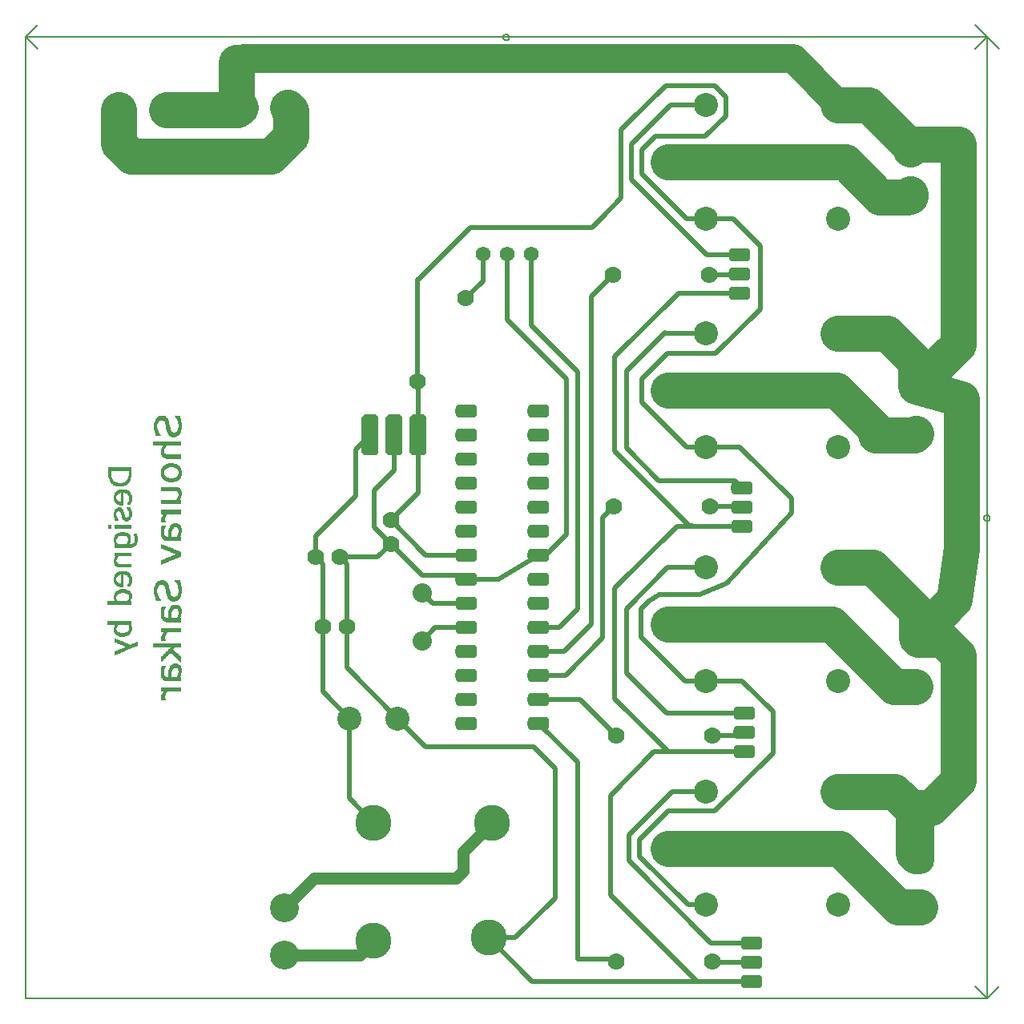
<source format=gbr>
G04 PROTEUS GERBER X2 FILE*
%TF.GenerationSoftware,Labcenter,Proteus,8.7-SP3-Build25561*%
%TF.CreationDate,2019-03-25T11:13:55+00:00*%
%TF.FileFunction,Copper,L2,Bot*%
%TF.FilePolarity,Positive*%
%TF.Part,Single*%
%TF.SameCoordinates,{7bf090f1-712e-4c9e-9fb6-0cc4d7933681}*%
%FSLAX45Y45*%
%MOMM*%
G01*
%TA.AperFunction,Conductor*%
%ADD70C,3.810000*%
%ADD71C,0.508000*%
%ADD20C,1.270000*%
%ADD21C,3.048000*%
%TA.AperFunction,ComponentPad*%
%ADD10C,2.540000*%
%TA.AperFunction,ComponentPad*%
%ADD11C,3.048000*%
%AMPPAD002*
4,1,36,
-1.143000,-0.292100,
-1.143000,0.292100,
-1.134910,0.375200,
-1.111650,0.452040,
-1.074690,0.521140,
-1.025520,0.581020,
-0.965650,0.630190,
-0.896540,0.667150,
-0.819700,0.690410,
-0.736600,0.698500,
0.736600,0.698500,
0.819700,0.690410,
0.896540,0.667150,
0.965650,0.630190,
1.025520,0.581020,
1.074690,0.521140,
1.111650,0.452040,
1.134910,0.375200,
1.143000,0.292100,
1.143000,-0.292100,
1.134910,-0.375200,
1.111650,-0.452040,
1.074690,-0.521140,
1.025520,-0.581020,
0.965650,-0.630190,
0.896540,-0.667150,
0.819700,-0.690410,
0.736600,-0.698500,
-0.736600,-0.698500,
-0.819700,-0.690410,
-0.896540,-0.667150,
-0.965650,-0.630190,
-1.025520,-0.581020,
-1.074690,-0.521140,
-1.111650,-0.452040,
-1.134910,-0.375200,
-1.143000,-0.292100,
0*%
%TA.AperFunction,ComponentPad*%
%ADD12PPAD002*%
%TA.AperFunction,ComponentPad*%
%ADD13C,1.778000*%
%TA.AperFunction,ComponentPad*%
%ADD14C,3.810000*%
%AMDIL005*
4,1,8,
-0.889000,1.854200,-0.584200,2.159000,0.584200,2.159000,0.889000,1.854200,0.889000,-1.854200,
0.584200,-2.159000,-0.584200,-2.159000,-0.889000,-1.854200,-0.889000,1.854200,
0*%
%TA.AperFunction,ComponentPad*%
%ADD15DIL005*%
%TA.AperFunction,ComponentPad*%
%ADD16C,2.032000*%
%TA.AperFunction,ComponentPad*%
%ADD17C,1.560000*%
%TA.AperFunction,NonMaterial*%
%ADD18C,0.203200*%
%TA.AperFunction,Profile*%
%ADD19C,0.203200*%
%TA.AperFunction,NonConductor*%
%ADD22C,0.063500*%
%TD.AperFunction*%
D70*
X+1730000Y+3900380D02*
X+1781934Y+3952314D01*
X+2235555Y+3952314D01*
X+2235555Y+1835555D01*
X+1790000Y+1390000D01*
X+970000Y+4360000D02*
X+1290380Y+4360000D01*
X+1730000Y+3920380D01*
X+1730000Y+3900380D01*
X-830000Y+3760000D02*
X+1040370Y+3760000D01*
X+1411945Y+3388425D01*
X+1698425Y+3388425D01*
X+1730000Y+3420000D01*
X+1730000Y+3400000D01*
D71*
X+1820853Y-1320853D02*
X+1780000Y-1280000D01*
X+1796075Y-1263926D02*
X+1780000Y-1280000D01*
D70*
X+970000Y-520000D02*
X+1332149Y-520000D01*
X+1796075Y-983926D01*
X+1796075Y-1263926D01*
X+970000Y+1950000D02*
X+1485093Y+1950000D01*
X+1790000Y+1645093D01*
X+1790000Y+1390000D01*
X-830000Y-3490000D02*
X+985564Y-3490000D01*
X+1572990Y-4077426D01*
X+1605944Y-4110380D01*
X+1830000Y-4110380D01*
D71*
X+1780000Y-1280000D02*
X+1812149Y-1280000D01*
X+1790000Y-3570000D02*
X+1830000Y-3610000D01*
X+1796075Y-1263926D02*
X+1812149Y-1280000D01*
X+1820853Y-1288704D01*
X+1820853Y-1320853D01*
D70*
X+970000Y-2890000D02*
X+1563590Y-2890000D01*
X+1764762Y-3091172D01*
X+1764762Y-3544762D01*
X+1790000Y-3570000D01*
D71*
X-50000Y-86400D02*
X-576800Y-86400D01*
X-364000Y-2300000D02*
X-50000Y-2300000D01*
X-20000Y-2270000D01*
X-384000Y+120000D02*
X-53200Y+120000D01*
X-50000Y+116800D01*
X-394000Y+2570000D02*
X-80000Y+2570000D01*
X-70000Y+2580000D01*
X-2198000Y-2170000D02*
X-1787524Y-2580476D01*
X-1787524Y-4665301D01*
X-1404699Y-4665301D01*
X-1380000Y-4690000D01*
X-2724000Y-4436000D02*
X-2441251Y-4436000D01*
X-2022947Y-4017696D01*
X-2022947Y-2647053D01*
X-2250000Y-2420000D01*
X-3390000Y-2420000D01*
X-3690000Y-2120000D01*
X-3940000Y-3220000D02*
X-4198000Y-2962000D01*
X-4198000Y-2120000D01*
X-4480000Y-1838000D01*
X-4480000Y-1150000D01*
X-3690000Y-2120000D02*
X-4226000Y-1584000D01*
X-4226000Y-1150000D01*
X-4226000Y-484000D01*
X-4300000Y-410000D01*
X-4480000Y-1150000D02*
X-4480000Y-484000D01*
X-4554000Y-410000D01*
X-4300000Y-410000D02*
X-3896000Y-410000D01*
X-3760000Y-274000D01*
X-3760000Y-20000D02*
X-3388000Y-392000D01*
X-2960000Y-392000D01*
X-3760000Y-274000D02*
X-3428498Y-605502D01*
X-3000498Y-605502D01*
X-2960000Y-646000D01*
X-2724000Y-4436000D02*
X-2263600Y-4896400D01*
X-593600Y-4896400D01*
X-915524Y-2385524D02*
X-827848Y-2473200D01*
X-3760000Y-20000D02*
X-3472197Y+267803D01*
X-3472197Y+874584D01*
X-3760000Y-274000D02*
X-3932990Y-101010D01*
X-3932990Y+293484D01*
X-3726197Y+500277D01*
X-3726197Y+874584D01*
D70*
X-830000Y+1350000D02*
X+953889Y+1350000D01*
X+1370000Y+933889D01*
X+1370000Y+875462D01*
X+1775842Y+875462D01*
X+1790000Y+889620D01*
D71*
X-20000Y-2066800D02*
X-843200Y-2066800D01*
X-1270000Y-1640000D01*
X-1270000Y-958916D01*
X-831084Y-520000D01*
X-430000Y-520000D01*
X-430000Y+1950000D02*
X-850000Y+1950000D01*
X-859795Y+1959795D01*
X-1270000Y+1549590D01*
X-1270000Y+735641D01*
X-930981Y+396622D01*
X-126622Y+396622D01*
X-50000Y+320000D01*
D70*
X+1790000Y+1390000D02*
X+2270000Y+1257381D01*
X+2270000Y-320362D01*
X+2199205Y-860795D01*
X+1796075Y-1263926D01*
D71*
X+50000Y-4693200D02*
X-360800Y-4693200D01*
X-364000Y-4690000D01*
X+50000Y-4896400D02*
X+20000Y-4896400D01*
X-401253Y-4896400D01*
X-401317Y-4896400D01*
X-827848Y-2473200D02*
X-553200Y-2473200D01*
X-413200Y-2473200D01*
X-243200Y-2473200D01*
X-116400Y-2473200D01*
X-86400Y-2473200D01*
X-46400Y-2473200D01*
X-20000Y-2473200D01*
X+50000Y-4490000D02*
X-380093Y-4490000D01*
X-1245608Y-3624485D01*
X-1245608Y-3352717D01*
X-782891Y-2890000D01*
X-430000Y-2890000D01*
X-70000Y+2783200D02*
X-421532Y+2783200D01*
X-1215802Y+3577470D01*
X-1215802Y+3944383D01*
X-800185Y+4360000D01*
X-430000Y+4360000D01*
X-5351075Y+4340315D02*
X-5391390Y+4380630D01*
D70*
X-5391390Y+4810315D01*
X-6130695Y+4310315D02*
X-5381075Y+4310315D01*
X-5351075Y+4340315D01*
X-6631075Y+4310315D02*
X-6631075Y+3954205D01*
X-6497185Y+3820315D01*
X-5029516Y+3820315D01*
X-4815983Y+4033848D01*
X-4815983Y+4305603D01*
X-4850695Y+4340315D01*
D20*
X-4880000Y-4620380D02*
X-4090380Y-4620380D01*
X-3940000Y-4470000D01*
X-4880000Y-4120000D02*
X-4567613Y-3807613D01*
X-3073359Y-3807613D01*
X-2996106Y-3730360D01*
X-2996106Y-3526106D01*
X-2690000Y-3220000D01*
D71*
X-70000Y+2376800D02*
X-716400Y+2376800D01*
X-1390000Y+1703200D01*
X-1390000Y+703201D01*
X-605199Y-81600D01*
X-605200Y-81600D01*
X-590000Y-86400D01*
X-576800Y-80000D01*
X-576800Y-86400D01*
X-590000Y-86400D01*
X-736401Y-86400D01*
X-1390000Y-739999D01*
X-1390000Y-1911048D01*
X-915524Y-2385524D01*
X-430000Y-4090000D02*
X-615350Y-4090000D01*
X-1130000Y-3575350D01*
X-1130000Y-3404697D01*
X-823543Y-3098240D01*
X-333425Y-3098240D01*
X+280000Y-2484815D01*
X+280000Y-2050000D01*
X-50000Y-1720000D01*
X-430000Y-1720000D01*
X-2960000Y-646000D02*
X-2620000Y-650000D01*
X-2198000Y-392000D01*
X-2122000Y-392000D01*
X-1902612Y-172612D01*
X-1902612Y+1464018D01*
X-2530000Y+2091406D01*
X-2530000Y+2790000D01*
X-2198000Y-1662000D02*
X-1912000Y-1662000D01*
X-1520000Y-1270000D01*
X-1520000Y+0D01*
X-1400000Y+120000D01*
X-2198000Y-1408000D02*
X-1928000Y-1408000D01*
X-1640000Y-1120000D01*
X-1640000Y+2340000D01*
X-1410000Y+2570000D01*
X-2276000Y+2790000D02*
X-2276000Y+2035999D01*
X-1780000Y+1539999D01*
X-1780000Y-960000D01*
X-1974000Y-1154000D01*
X-2198000Y-1154000D01*
X-3430000Y-1298000D02*
X-3286774Y-1154774D01*
X-3074300Y-1154774D01*
X-2960000Y-1154000D01*
X-1380000Y-2300000D02*
X-1759548Y-1920452D01*
X-2083700Y-1920452D01*
X-2198000Y-1916000D01*
X-3472197Y+874584D02*
X-3472197Y+1436255D01*
X-3476001Y+1440059D01*
X-430000Y+750000D02*
X-631043Y+750000D01*
X-1103572Y+1222529D01*
X-1103572Y+1465471D01*
X-834202Y+1734841D01*
X-327553Y+1734841D01*
X+142793Y+2205187D01*
X+142793Y+2872260D01*
X-144947Y+3160000D01*
X-430000Y+3160000D01*
X-2968000Y+2319942D02*
X-2784000Y+2503942D01*
X-2784000Y+2790000D01*
X-3476001Y+1440059D02*
X-3476001Y+2513999D01*
X-3460000Y+2530000D01*
X-2922027Y+3067973D01*
X-2801520Y+3067973D01*
X-1632027Y+3067973D01*
X-1540000Y+3160000D01*
X-1322447Y+3377553D01*
X-1322447Y+4100006D01*
X-1257200Y+4165253D01*
X-854252Y+4568201D01*
X-338201Y+4568201D01*
X-220880Y+4450880D01*
X-220880Y+4245164D01*
X-434240Y+4031804D01*
X-958094Y+4031804D01*
X-1104085Y+3885813D01*
X-1104085Y+3636218D01*
X-627867Y+3160000D01*
X-430000Y+3160000D01*
X-3430000Y-790000D02*
X-3320000Y-900000D01*
X-2960000Y-900000D01*
X-401317Y-4896400D02*
X-523601Y-4896400D01*
X-1436202Y-3983799D01*
X-1436202Y-2931830D01*
X-977572Y-2473200D01*
X-827848Y-2473200D01*
X-593600Y-4896400D02*
X-523601Y-4896400D01*
D21*
X-5391390Y+4810315D02*
X-5314099Y+4850315D01*
X+490000Y+4850315D01*
X+970000Y+4370315D01*
X+970000Y+4360000D01*
D71*
X-4554000Y-410000D02*
X-4554000Y-191642D01*
X-4130000Y+232358D01*
X-4130000Y+724781D01*
X-3980197Y+874584D01*
X-430000Y+750000D02*
X-71464Y+750000D01*
X+475911Y+202625D01*
X+475911Y+55911D01*
X-210000Y-690000D01*
X-500000Y-810000D01*
X-920000Y-810000D01*
X-1029198Y-880000D01*
X-1112224Y-963026D01*
X-1112224Y-1257776D01*
X-650000Y-1720000D01*
X-430000Y-1720000D01*
D70*
X+1812149Y-1280000D02*
X+2070000Y-1280000D01*
X+2240000Y-1450000D01*
X+2240000Y-2770415D01*
X+1950415Y-3060000D01*
X+1790000Y-3060000D01*
X+1790000Y-3570000D01*
X-830000Y-1120000D02*
X+900000Y-1120000D01*
X+1560000Y-1780000D01*
X+1779620Y-1780000D01*
X+1780000Y-1780380D01*
D10*
X-430000Y+4360000D03*
X-430000Y+3160000D03*
X-830000Y+3760000D03*
X+970000Y+3160000D03*
X+970000Y+4360000D03*
X-430000Y+1950000D03*
X-430000Y+750000D03*
X-830000Y+1350000D03*
X+970000Y+750000D03*
X+970000Y+1950000D03*
X-430000Y-520000D03*
X-430000Y-1720000D03*
X-830000Y-1120000D03*
X+970000Y-1720000D03*
X+970000Y-520000D03*
X-430000Y-2890000D03*
X-430000Y-4090000D03*
X-830000Y-3490000D03*
X+970000Y-4090000D03*
X+970000Y-2890000D03*
D11*
X+1730000Y+3900380D03*
X+1730000Y+3400000D03*
X+1790000Y+1390000D03*
X+1790000Y+889620D03*
X+1780000Y-1280000D03*
X+1780000Y-1780380D03*
X+1830000Y-3610000D03*
X+1830000Y-4110380D03*
D12*
X-70000Y+2783200D03*
X-70000Y+2580000D03*
X-70000Y+2376800D03*
X-50000Y+320000D03*
X-50000Y+116800D03*
X-50000Y-86400D03*
X-20000Y-2066800D03*
X-20000Y-2270000D03*
X-20000Y-2473200D03*
X+50000Y-4490000D03*
X+50000Y-4693200D03*
X+50000Y-4896400D03*
D13*
X-1410000Y+2570000D03*
X-394000Y+2570000D03*
X-1400000Y+120000D03*
X-384000Y+120000D03*
X-1380000Y-2300000D03*
X-364000Y-2300000D03*
X-1380000Y-4690000D03*
X-364000Y-4690000D03*
D10*
X-4198000Y-2120000D03*
X-3690000Y-2120000D03*
D14*
X-3940000Y-3220000D03*
X-2724000Y-4436000D03*
X-3940000Y-4470000D03*
X-2690000Y-3220000D03*
D15*
X-3980197Y+874584D03*
X-3726197Y+874584D03*
X-3472197Y+874584D03*
D13*
X-4480000Y-1150000D03*
X-4226000Y-1150000D03*
X-4554000Y-410000D03*
X-4300000Y-410000D03*
X-3760000Y-20000D03*
X-3760000Y-274000D03*
D16*
X-3430000Y-1298000D03*
X-3430000Y-790000D03*
D12*
X-2960000Y+1132000D03*
X-2960000Y+878000D03*
X-2960000Y+624000D03*
X-2960000Y+370000D03*
X-2960000Y+116000D03*
X-2960000Y-138000D03*
X-2960000Y-392000D03*
X-2960000Y-646000D03*
X-2960000Y-900000D03*
X-2960000Y-1154000D03*
X-2960000Y-1408000D03*
X-2960000Y-1662000D03*
X-2960000Y-1916000D03*
X-2960000Y-2170000D03*
X-2198000Y-2170000D03*
X-2198000Y-1916000D03*
X-2198000Y-1662000D03*
X-2198000Y-1408000D03*
X-2198000Y-1154000D03*
X-2198000Y-900000D03*
X-2198000Y-646000D03*
X-2198000Y-392000D03*
X-2198000Y-138000D03*
X-2198000Y+116000D03*
X-2198000Y+370000D03*
X-2198000Y+624000D03*
X-2198000Y+878000D03*
X-2198000Y+1130000D03*
D17*
X-2276000Y+2790000D03*
X-2530000Y+2790000D03*
X-2784000Y+2790000D03*
D13*
X-3476001Y+1440059D03*
X-2968000Y+2319942D03*
D11*
X-4850695Y+4340315D03*
X-5351075Y+4340315D03*
X-6631075Y+4310315D03*
X-6130695Y+4310315D03*
X-4880000Y-4620380D03*
X-4880000Y-4120000D03*
D18*
X-7620000Y+5080000D02*
X+2540000Y+5080000D01*
X-7620000Y+5080000D02*
X-7493000Y+4953000D01*
X-7620000Y+5080000D02*
X-7493000Y+5207000D01*
X+2540000Y+5080000D02*
X+2413000Y+5207000D01*
X+2540000Y+5080000D02*
X+2413000Y+4953000D01*
X-2508250Y+5080000D02*
X-2508359Y+5082634D01*
X-2509249Y+5087903D01*
X-2511111Y+5093172D01*
X-2514154Y+5098441D01*
X-2518809Y+5103643D01*
X-2524078Y+5107469D01*
X-2529347Y+5109909D01*
X-2534616Y+5111290D01*
X-2539885Y+5111750D01*
X-2540000Y+5111750D01*
X-2571750Y+5080000D02*
X-2571641Y+5082634D01*
X-2570751Y+5087903D01*
X-2568889Y+5093172D01*
X-2565846Y+5098441D01*
X-2561191Y+5103643D01*
X-2555922Y+5107469D01*
X-2550653Y+5109909D01*
X-2545384Y+5111290D01*
X-2540115Y+5111750D01*
X-2540000Y+5111750D01*
X-2571750Y+5080000D02*
X-2571641Y+5077366D01*
X-2570751Y+5072097D01*
X-2568889Y+5066828D01*
X-2565846Y+5061559D01*
X-2561191Y+5056357D01*
X-2555922Y+5052531D01*
X-2550653Y+5050091D01*
X-2545384Y+5048710D01*
X-2540115Y+5048250D01*
X-2540000Y+5048250D01*
X-2508250Y+5080000D02*
X-2508359Y+5077366D01*
X-2509249Y+5072097D01*
X-2511111Y+5066828D01*
X-2514154Y+5061559D01*
X-2518809Y+5056357D01*
X-2524078Y+5052531D01*
X-2529347Y+5050091D01*
X-2534616Y+5048710D01*
X-2539885Y+5048250D01*
X-2540000Y+5048250D01*
X-2879410Y+4878555D02*
X-2847660Y+4909035D01*
X-2847660Y+4817595D01*
X-2784160Y+4832835D02*
X-2784160Y+4893795D01*
X-2768285Y+4909035D01*
X-2704785Y+4909035D01*
X-2688910Y+4893795D01*
X-2688910Y+4832835D01*
X-2704785Y+4817595D01*
X-2768285Y+4817595D01*
X-2784160Y+4832835D01*
X-2784160Y+4817595D02*
X-2688910Y+4909035D01*
X-2625410Y+4878555D02*
X-2593660Y+4909035D01*
X-2593660Y+4817595D01*
X-2482535Y+4832835D02*
X-2466660Y+4832835D01*
X-2466660Y+4817595D01*
X-2482535Y+4817595D01*
X-2482535Y+4832835D01*
X-2307910Y+4893795D02*
X-2323785Y+4909035D01*
X-2371410Y+4909035D01*
X-2387285Y+4893795D01*
X-2387285Y+4832835D01*
X-2371410Y+4817595D01*
X-2323785Y+4817595D01*
X-2307910Y+4832835D01*
X-2307910Y+4848075D01*
X-2323785Y+4863315D01*
X-2387285Y+4863315D01*
X-2276160Y+4817595D02*
X-2276160Y+4878555D01*
X-2276160Y+4863315D02*
X-2260285Y+4878555D01*
X-2228535Y+4848075D01*
X-2196785Y+4878555D01*
X-2180910Y+4863315D01*
X-2180910Y+4817595D01*
X-2149160Y+4817595D02*
X-2149160Y+4878555D01*
X-2149160Y+4863315D02*
X-2133285Y+4878555D01*
X-2101535Y+4848075D01*
X-2069785Y+4878555D01*
X-2053910Y+4863315D01*
X-2053910Y+4817595D01*
X+2540000Y+5080000D02*
X+2540000Y-5080000D01*
X+2540000Y+5080000D02*
X+2413000Y+4953000D01*
X+2540000Y+5080000D02*
X+2667000Y+4953000D01*
X+2540000Y-5080000D02*
X+2667000Y-4953000D01*
X+2540000Y-5080000D02*
X+2413000Y-4953000D01*
X+2571750Y+0D02*
X+2571641Y+2634D01*
X+2570751Y+7903D01*
X+2568889Y+13172D01*
X+2565846Y+18441D01*
X+2561191Y+23643D01*
X+2555922Y+27469D01*
X+2550653Y+29909D01*
X+2545384Y+31290D01*
X+2540115Y+31750D01*
X+2540000Y+31750D01*
X+2508250Y+0D02*
X+2508359Y+2634D01*
X+2509249Y+7903D01*
X+2511111Y+13172D01*
X+2514154Y+18441D01*
X+2518809Y+23643D01*
X+2524078Y+27469D01*
X+2529347Y+29909D01*
X+2534616Y+31290D01*
X+2539885Y+31750D01*
X+2540000Y+31750D01*
X+2508250Y+0D02*
X+2508359Y-2634D01*
X+2509249Y-7903D01*
X+2511111Y-13172D01*
X+2514154Y-18441D01*
X+2518809Y-23643D01*
X+2524078Y-27469D01*
X+2529347Y-29909D01*
X+2534616Y-31290D01*
X+2539885Y-31750D01*
X+2540000Y-31750D01*
X+2571750Y+0D02*
X+2571641Y-2634D01*
X+2570751Y-7903D01*
X+2568889Y-13172D01*
X+2565846Y-18441D01*
X+2561191Y-23643D01*
X+2555922Y-27469D01*
X+2550653Y-29909D01*
X+2545384Y-31290D01*
X+2540115Y-31750D01*
X+2540000Y-31750D01*
X+2351100Y+402750D02*
X+2381580Y+371000D01*
X+2290140Y+371000D01*
X+2305380Y+307500D02*
X+2366340Y+307500D01*
X+2381580Y+291625D01*
X+2381580Y+228125D01*
X+2366340Y+212250D01*
X+2305380Y+212250D01*
X+2290140Y+228125D01*
X+2290140Y+291625D01*
X+2305380Y+307500D01*
X+2290140Y+307500D02*
X+2381580Y+212250D01*
X+2351100Y+148750D02*
X+2381580Y+117000D01*
X+2290140Y+117000D01*
X+2305380Y+5875D02*
X+2305380Y-10000D01*
X+2290140Y-10000D01*
X+2290140Y+5875D01*
X+2305380Y+5875D01*
X+2366340Y-168750D02*
X+2381580Y-152875D01*
X+2381580Y-105250D01*
X+2366340Y-89375D01*
X+2305380Y-89375D01*
X+2290140Y-105250D01*
X+2290140Y-152875D01*
X+2305380Y-168750D01*
X+2320620Y-168750D01*
X+2335860Y-152875D01*
X+2335860Y-89375D01*
X+2290140Y-200500D02*
X+2351100Y-200500D01*
X+2335860Y-200500D02*
X+2351100Y-216375D01*
X+2320620Y-248125D01*
X+2351100Y-279875D01*
X+2335860Y-295750D01*
X+2290140Y-295750D01*
X+2290140Y-327500D02*
X+2351100Y-327500D01*
X+2335860Y-327500D02*
X+2351100Y-343375D01*
X+2320620Y-375125D01*
X+2351100Y-406875D01*
X+2335860Y-422750D01*
X+2290140Y-422750D01*
D19*
X-7620000Y-5080000D02*
X+2540000Y-5080000D01*
X+2540000Y+5080000D01*
X-7620000Y+5080000D01*
X-7620000Y-5080000D01*
D22*
X-6268560Y-1363721D02*
X-6268560Y-1328161D01*
X-6268560Y+769879D02*
X-6268560Y+805439D01*
X-6263480Y-1363721D02*
X-6263480Y-1328161D01*
X-6263480Y+769879D02*
X-6263480Y+805439D01*
X-6258400Y-1363721D02*
X-6258400Y-1328161D01*
X-6258400Y-804921D02*
X-6258400Y-733801D01*
X-6258400Y+769879D02*
X-6258400Y+805439D01*
X-6258400Y+932439D02*
X-6258400Y+1003559D01*
X-6253320Y-1363721D02*
X-6253320Y-1328161D01*
X-6253320Y-830321D02*
X-6253320Y-718561D01*
X-6253320Y+769879D02*
X-6253320Y+805439D01*
X-6253320Y+907039D02*
X-6253320Y+1018799D01*
X-6248240Y-1363721D02*
X-6248240Y-1328161D01*
X-6248240Y-845561D02*
X-6248240Y-703321D01*
X-6248240Y+769879D02*
X-6248240Y+805439D01*
X-6248240Y+891799D02*
X-6248240Y+1034039D01*
X-6243160Y-1363721D02*
X-6243160Y-1328161D01*
X-6243160Y-860801D02*
X-6243160Y-693161D01*
X-6243160Y+769879D02*
X-6243160Y+805439D01*
X-6243160Y+876559D02*
X-6243160Y+1044199D01*
X-6238080Y-1363721D02*
X-6238080Y-1328161D01*
X-6238080Y-865881D02*
X-6238080Y-688081D01*
X-6238080Y+769879D02*
X-6238080Y+805439D01*
X-6238080Y+871479D02*
X-6238080Y+1049279D01*
X-6233000Y-1363721D02*
X-6233000Y-1328161D01*
X-6233000Y-865881D02*
X-6233000Y-683001D01*
X-6233000Y+769879D02*
X-6233000Y+805439D01*
X-6233000Y+871479D02*
X-6233000Y+1054359D01*
X-6227920Y-1363721D02*
X-6227920Y-1328161D01*
X-6227920Y-865881D02*
X-6227920Y-794761D01*
X-6227920Y-738881D02*
X-6227920Y-677921D01*
X-6227920Y+769879D02*
X-6227920Y+805439D01*
X-6227920Y+871479D02*
X-6227920Y+942599D01*
X-6227920Y+998479D02*
X-6227920Y+1059439D01*
X-6222840Y-1363721D02*
X-6222840Y-1328161D01*
X-6222840Y-865881D02*
X-6222840Y-815081D01*
X-6222840Y-723641D02*
X-6222840Y-672841D01*
X-6222840Y+769879D02*
X-6222840Y+805439D01*
X-6222840Y+871479D02*
X-6222840Y+922279D01*
X-6222840Y+1013719D02*
X-6222840Y+1064519D01*
X-6217760Y-1363721D02*
X-6217760Y-1328161D01*
X-6217760Y-865881D02*
X-6217760Y-825241D01*
X-6217760Y-718561D02*
X-6217760Y-667761D01*
X-6217760Y+769879D02*
X-6217760Y+805439D01*
X-6217760Y+871479D02*
X-6217760Y+912119D01*
X-6217760Y+1018799D02*
X-6217760Y+1069599D01*
X-6212680Y-1363721D02*
X-6212680Y-1328161D01*
X-6212680Y-865881D02*
X-6212680Y-835401D01*
X-6212680Y-708401D02*
X-6212680Y-662681D01*
X-6212680Y+769879D02*
X-6212680Y+805439D01*
X-6212680Y+871479D02*
X-6212680Y+901959D01*
X-6212680Y+1028959D02*
X-6212680Y+1074679D01*
X-6207600Y-1363721D02*
X-6207600Y-1328161D01*
X-6207600Y-865881D02*
X-6207600Y-845561D01*
X-6207600Y-708401D02*
X-6207600Y-662681D01*
X-6207600Y+769879D02*
X-6207600Y+805439D01*
X-6207600Y+871479D02*
X-6207600Y+891799D01*
X-6207600Y+1028959D02*
X-6207600Y+1074679D01*
X-6202520Y-1363721D02*
X-6202520Y-1328161D01*
X-6202520Y-865881D02*
X-6202520Y-855721D01*
X-6202520Y-703321D02*
X-6202520Y-662681D01*
X-6202520Y+769879D02*
X-6202520Y+805439D01*
X-6202520Y+871479D02*
X-6202520Y+881639D01*
X-6202520Y+1034039D02*
X-6202520Y+1074679D01*
X-6197440Y-1363721D02*
X-6197440Y-1328161D01*
X-6197440Y-865881D02*
X-6197440Y-860801D01*
X-6197440Y-698241D02*
X-6197440Y-657601D01*
X-6197440Y+769879D02*
X-6197440Y+805439D01*
X-6197440Y+871479D02*
X-6197440Y+876559D01*
X-6197440Y+1039119D02*
X-6197440Y+1079759D01*
X-6192360Y-1363721D02*
X-6192360Y-1328161D01*
X-6192360Y-698241D02*
X-6192360Y-657601D01*
X-6192360Y+769879D02*
X-6192360Y+805439D01*
X-6192360Y+1039119D02*
X-6192360Y+1079759D01*
X-6187280Y-1663441D02*
X-6187280Y-1597401D01*
X-6187280Y-1363721D02*
X-6187280Y-1328161D01*
X-6187280Y-1038601D02*
X-6187280Y-972561D01*
X-6187280Y-698241D02*
X-6187280Y-657601D01*
X-6187280Y-180081D02*
X-6187280Y-114041D01*
X-6187280Y+454919D02*
X-6187280Y+505719D01*
X-6187280Y+678439D02*
X-6187280Y+724159D01*
X-6187280Y+769879D02*
X-6187280Y+805439D01*
X-6187280Y+1039119D02*
X-6187280Y+1079759D01*
X-6182200Y-1917441D02*
X-6182200Y-1871721D01*
X-6182200Y-1826001D02*
X-6182200Y-1790441D01*
X-6182200Y-1678681D02*
X-6182200Y-1572001D01*
X-6182200Y-1511041D02*
X-6182200Y-1465321D01*
X-6182200Y-1363721D02*
X-6182200Y-1328161D01*
X-6182200Y-1292601D02*
X-6182200Y-1246881D01*
X-6182200Y-1201161D02*
X-6182200Y-1165601D01*
X-6182200Y-1053841D02*
X-6182200Y-947161D01*
X-6182200Y-698241D02*
X-6182200Y-657601D01*
X-6182200Y-484881D02*
X-6182200Y-444241D01*
X-6182200Y-317241D02*
X-6182200Y-276601D01*
X-6182200Y-195321D02*
X-6182200Y-88641D01*
X-6182200Y-42921D02*
X-6182200Y+2799D01*
X-6182200Y+48519D02*
X-6182200Y+84079D01*
X-6182200Y+155199D02*
X-6182200Y+190759D01*
X-6182200Y+292359D02*
X-6182200Y+327919D01*
X-6182200Y+439679D02*
X-6182200Y+520959D01*
X-6182200Y+668279D02*
X-6182200Y+734319D01*
X-6182200Y+769879D02*
X-6182200Y+805439D01*
X-6182200Y+1039119D02*
X-6182200Y+1079759D01*
X-6177120Y-1917441D02*
X-6177120Y-1861561D01*
X-6177120Y-1826001D02*
X-6177120Y-1790441D01*
X-6177120Y-1688841D02*
X-6177120Y-1561841D01*
X-6177120Y-1505961D02*
X-6177120Y-1460241D01*
X-6177120Y-1363721D02*
X-6177120Y-1328161D01*
X-6177120Y-1292601D02*
X-6177120Y-1236721D01*
X-6177120Y-1201161D02*
X-6177120Y-1165601D01*
X-6177120Y-1064001D02*
X-6177120Y-937001D01*
X-6177120Y-698241D02*
X-6177120Y-657601D01*
X-6177120Y-479801D02*
X-6177120Y-444241D01*
X-6177120Y-317241D02*
X-6177120Y-281681D01*
X-6177120Y-205481D02*
X-6177120Y-78481D01*
X-6177120Y-42921D02*
X-6177120Y+12959D01*
X-6177120Y+48519D02*
X-6177120Y+84079D01*
X-6177120Y+155199D02*
X-6177120Y+190759D01*
X-6177120Y+292359D02*
X-6177120Y+327919D01*
X-6177120Y+429519D02*
X-6177120Y+531119D01*
X-6177120Y+658119D02*
X-6177120Y+744479D01*
X-6177120Y+769879D02*
X-6177120Y+805439D01*
X-6177120Y+1039119D02*
X-6177120Y+1079759D01*
X-6172040Y-1917441D02*
X-6172040Y-1851401D01*
X-6172040Y-1826001D02*
X-6172040Y-1790441D01*
X-6172040Y-1699001D02*
X-6172040Y-1561841D01*
X-6172040Y-1500881D02*
X-6172040Y-1455161D01*
X-6172040Y-1363721D02*
X-6172040Y-1328161D01*
X-6172040Y-1292601D02*
X-6172040Y-1226561D01*
X-6172040Y-1201161D02*
X-6172040Y-1165601D01*
X-6172040Y-1074161D02*
X-6172040Y-937001D01*
X-6172040Y-698241D02*
X-6172040Y-657601D01*
X-6172040Y-479801D02*
X-6172040Y-439161D01*
X-6172040Y-322321D02*
X-6172040Y-281681D01*
X-6172040Y-215641D02*
X-6172040Y-78481D01*
X-6172040Y-42921D02*
X-6172040Y+23119D01*
X-6172040Y+48519D02*
X-6172040Y+84079D01*
X-6172040Y+155199D02*
X-6172040Y+190759D01*
X-6172040Y+292359D02*
X-6172040Y+327919D01*
X-6172040Y+424439D02*
X-6172040Y+536199D01*
X-6172040Y+653039D02*
X-6172040Y+754639D01*
X-6172040Y+769879D02*
X-6172040Y+805439D01*
X-6172040Y+1039119D02*
X-6172040Y+1079759D01*
X-6166960Y-1917441D02*
X-6166960Y-1841241D01*
X-6166960Y-1826001D02*
X-6166960Y-1790441D01*
X-6166960Y-1704081D02*
X-6166960Y-1561841D01*
X-6166960Y-1495801D02*
X-6166960Y-1450081D01*
X-6166960Y-1363721D02*
X-6166960Y-1328161D01*
X-6166960Y-1292601D02*
X-6166960Y-1216401D01*
X-6166960Y-1201161D02*
X-6166960Y-1165601D01*
X-6166960Y-1079241D02*
X-6166960Y-937001D01*
X-6166960Y-703321D02*
X-6166960Y-657601D01*
X-6166960Y-479801D02*
X-6166960Y-439161D01*
X-6166960Y-322321D02*
X-6166960Y-281681D01*
X-6166960Y-220721D02*
X-6166960Y-78481D01*
X-6166960Y-42921D02*
X-6166960Y+33279D01*
X-6166960Y+48519D02*
X-6166960Y+84079D01*
X-6166960Y+155199D02*
X-6166960Y+190759D01*
X-6166960Y+292359D02*
X-6166960Y+327919D01*
X-6166960Y+414279D02*
X-6166960Y+546359D01*
X-6166960Y+647959D02*
X-6166960Y+764799D01*
X-6166960Y+769879D02*
X-6166960Y+805439D01*
X-6166960Y+1034039D02*
X-6166960Y+1079759D01*
X-6161880Y-1917441D02*
X-6161880Y-1836161D01*
X-6161880Y-1826001D02*
X-6161880Y-1790441D01*
X-6161880Y-1709161D02*
X-6161880Y-1561841D01*
X-6161880Y-1490721D02*
X-6161880Y-1445001D01*
X-6161880Y-1363721D02*
X-6161880Y-1328161D01*
X-6161880Y-1292601D02*
X-6161880Y-1211321D01*
X-6161880Y-1201161D02*
X-6161880Y-1165601D01*
X-6161880Y-1084321D02*
X-6161880Y-937001D01*
X-6161880Y-703321D02*
X-6161880Y-657601D01*
X-6161880Y-474721D02*
X-6161880Y-439161D01*
X-6161880Y-322321D02*
X-6161880Y-286761D01*
X-6161880Y-225801D02*
X-6161880Y-78481D01*
X-6161880Y-42921D02*
X-6161880Y+38359D01*
X-6161880Y+48519D02*
X-6161880Y+84079D01*
X-6161880Y+155199D02*
X-6161880Y+190759D01*
X-6161880Y+292359D02*
X-6161880Y+327919D01*
X-6161880Y+409199D02*
X-6161880Y+551439D01*
X-6161880Y+642879D02*
X-6161880Y+805439D01*
X-6161880Y+1034039D02*
X-6161880Y+1079759D01*
X-6156800Y-1917441D02*
X-6156800Y-1831081D01*
X-6156800Y-1826001D02*
X-6156800Y-1790441D01*
X-6156800Y-1709161D02*
X-6156800Y-1653281D01*
X-6156800Y-1602481D02*
X-6156800Y-1561841D01*
X-6156800Y-1485641D02*
X-6156800Y-1439921D01*
X-6156800Y-1363721D02*
X-6156800Y-1328161D01*
X-6156800Y-1292601D02*
X-6156800Y-1206241D01*
X-6156800Y-1201161D02*
X-6156800Y-1165601D01*
X-6156800Y-1084321D02*
X-6156800Y-1028441D01*
X-6156800Y-977641D02*
X-6156800Y-937001D01*
X-6156800Y-708401D02*
X-6156800Y-662681D01*
X-6156800Y-474721D02*
X-6156800Y-434081D01*
X-6156800Y-327401D02*
X-6156800Y-286761D01*
X-6156800Y-225801D02*
X-6156800Y-169921D01*
X-6156800Y-119121D02*
X-6156800Y-78481D01*
X-6156800Y-42921D02*
X-6156800Y+43439D01*
X-6156800Y+48519D02*
X-6156800Y+84079D01*
X-6156800Y+155199D02*
X-6156800Y+190759D01*
X-6156800Y+292359D02*
X-6156800Y+327919D01*
X-6156800Y+409199D02*
X-6156800Y+459999D01*
X-6156800Y+500639D02*
X-6156800Y+551439D01*
X-6156800Y+642879D02*
X-6156800Y+693679D01*
X-6156800Y+729239D02*
X-6156800Y+805439D01*
X-6156800Y+1028959D02*
X-6156800Y+1074679D01*
X-6151720Y-1917441D02*
X-6151720Y-1790441D01*
X-6151720Y-1714241D02*
X-6151720Y-1668521D01*
X-6151720Y-1587241D02*
X-6151720Y-1561841D01*
X-6151720Y-1480561D02*
X-6151720Y-1434841D01*
X-6151720Y-1363721D02*
X-6151720Y-1328161D01*
X-6151720Y-1292601D02*
X-6151720Y-1165601D01*
X-6151720Y-1089401D02*
X-6151720Y-1043681D01*
X-6151720Y-962401D02*
X-6151720Y-937001D01*
X-6151720Y-713481D02*
X-6151720Y-662681D01*
X-6151720Y-469641D02*
X-6151720Y-434081D01*
X-6151720Y-327401D02*
X-6151720Y-291841D01*
X-6151720Y-230881D02*
X-6151720Y-185161D01*
X-6151720Y-103881D02*
X-6151720Y-78481D01*
X-6151720Y-42921D02*
X-6151720Y+84079D01*
X-6151720Y+155199D02*
X-6151720Y+190759D01*
X-6151720Y+292359D02*
X-6151720Y+327919D01*
X-6151720Y+404119D02*
X-6151720Y+449839D01*
X-6151720Y+510799D02*
X-6151720Y+556519D01*
X-6151720Y+637799D02*
X-6151720Y+683519D01*
X-6151720Y+739399D02*
X-6151720Y+805439D01*
X-6151720Y+1023879D02*
X-6151720Y+1074679D01*
X-6146640Y-1917441D02*
X-6146640Y-1907281D01*
X-6146640Y-1866641D02*
X-6146640Y-1790441D01*
X-6146640Y-1714241D02*
X-6146640Y-1673601D01*
X-6146640Y-1572001D02*
X-6146640Y-1561841D01*
X-6146640Y-1475481D02*
X-6146640Y-1429761D01*
X-6146640Y-1363721D02*
X-6146640Y-1328161D01*
X-6146640Y-1292601D02*
X-6146640Y-1282441D01*
X-6146640Y-1241801D02*
X-6146640Y-1165601D01*
X-6146640Y-1089401D02*
X-6146640Y-1048761D01*
X-6146640Y-947161D02*
X-6146640Y-937001D01*
X-6146640Y-723641D02*
X-6146640Y-662681D01*
X-6146640Y-469641D02*
X-6146640Y-429001D01*
X-6146640Y-332481D02*
X-6146640Y-291841D01*
X-6146640Y-230881D02*
X-6146640Y-190241D01*
X-6146640Y-88641D02*
X-6146640Y-78481D01*
X-6146640Y-42921D02*
X-6146640Y-32761D01*
X-6146640Y+7879D02*
X-6146640Y+84079D01*
X-6146640Y+155199D02*
X-6146640Y+190759D01*
X-6146640Y+292359D02*
X-6146640Y+327919D01*
X-6146640Y+399039D02*
X-6146640Y+439679D01*
X-6146640Y+520959D02*
X-6146640Y+561599D01*
X-6146640Y+637799D02*
X-6146640Y+678439D01*
X-6146640Y+749559D02*
X-6146640Y+805439D01*
X-6146640Y+1013719D02*
X-6146640Y+1074679D01*
X-6141560Y-1851401D02*
X-6141560Y-1790441D01*
X-6141560Y-1714241D02*
X-6141560Y-1678681D01*
X-6141560Y-1470401D02*
X-6141560Y-1424681D01*
X-6141560Y-1363721D02*
X-6141560Y-1328161D01*
X-6141560Y-1226561D02*
X-6141560Y-1165601D01*
X-6141560Y-1089401D02*
X-6141560Y-1053841D01*
X-6141560Y-743961D02*
X-6141560Y-667761D01*
X-6141560Y-464561D02*
X-6141560Y-429001D01*
X-6141560Y-332481D02*
X-6141560Y-296921D01*
X-6141560Y-230881D02*
X-6141560Y-195321D01*
X-6141560Y+23119D02*
X-6141560Y+84079D01*
X-6141560Y+155199D02*
X-6141560Y+190759D01*
X-6141560Y+292359D02*
X-6141560Y+327919D01*
X-6141560Y+399039D02*
X-6141560Y+434599D01*
X-6141560Y+526039D02*
X-6141560Y+561599D01*
X-6141560Y+637799D02*
X-6141560Y+673359D01*
X-6141560Y+759719D02*
X-6141560Y+805439D01*
X-6141560Y+993399D02*
X-6141560Y+1069599D01*
X-6136480Y-1846321D02*
X-6136480Y-1790441D01*
X-6136480Y-1719321D02*
X-6136480Y-1678681D01*
X-6136480Y-1465321D02*
X-6136480Y-1419601D01*
X-6136480Y-1363721D02*
X-6136480Y-1328161D01*
X-6136480Y-1221481D02*
X-6136480Y-1165601D01*
X-6136480Y-1094481D02*
X-6136480Y-1053841D01*
X-6136480Y-769361D02*
X-6136480Y-672841D01*
X-6136480Y-464561D02*
X-6136480Y-429001D01*
X-6136480Y-332481D02*
X-6136480Y-296921D01*
X-6136480Y-235961D02*
X-6136480Y-195321D01*
X-6136480Y+28199D02*
X-6136480Y+84079D01*
X-6136480Y+155199D02*
X-6136480Y+190759D01*
X-6136480Y+292359D02*
X-6136480Y+327919D01*
X-6136480Y+393959D02*
X-6136480Y+434599D01*
X-6136480Y+526039D02*
X-6136480Y+566679D01*
X-6136480Y+632719D02*
X-6136480Y+673359D01*
X-6136480Y+764799D02*
X-6136480Y+805439D01*
X-6136480Y+967999D02*
X-6136480Y+1064519D01*
X-6131400Y-1836161D02*
X-6131400Y-1790441D01*
X-6131400Y-1719321D02*
X-6131400Y-1683761D01*
X-6131400Y-1460241D02*
X-6131400Y-1414521D01*
X-6131400Y-1363721D02*
X-6131400Y-1328161D01*
X-6131400Y-1211321D02*
X-6131400Y-1165601D01*
X-6131400Y-1094481D02*
X-6131400Y-1058921D01*
X-6131400Y-794761D02*
X-6131400Y-677921D01*
X-6131400Y-464561D02*
X-6131400Y-423921D01*
X-6131400Y-337561D02*
X-6131400Y-296921D01*
X-6131400Y-235961D02*
X-6131400Y-200401D01*
X-6131400Y+38359D02*
X-6131400Y+84079D01*
X-6131400Y+155199D02*
X-6131400Y+190759D01*
X-6131400Y+292359D02*
X-6131400Y+327919D01*
X-6131400Y+393959D02*
X-6131400Y+429519D01*
X-6131400Y+531119D02*
X-6131400Y+566679D01*
X-6131400Y+632719D02*
X-6131400Y+673359D01*
X-6131400Y+769879D02*
X-6131400Y+805439D01*
X-6131400Y+942599D02*
X-6131400Y+1059439D01*
X-6126320Y-1831081D02*
X-6126320Y-1790441D01*
X-6126320Y-1719321D02*
X-6126320Y-1683761D01*
X-6126320Y-1455161D02*
X-6126320Y-1409441D01*
X-6126320Y-1363721D02*
X-6126320Y-1328161D01*
X-6126320Y-1206241D02*
X-6126320Y-1165601D01*
X-6126320Y-1094481D02*
X-6126320Y-1058921D01*
X-6126320Y-820161D02*
X-6126320Y-683001D01*
X-6126320Y-459481D02*
X-6126320Y-423921D01*
X-6126320Y-337561D02*
X-6126320Y-302001D01*
X-6126320Y-235961D02*
X-6126320Y-200401D01*
X-6126320Y+43439D02*
X-6126320Y+84079D01*
X-6126320Y+155199D02*
X-6126320Y+190759D01*
X-6126320Y+292359D02*
X-6126320Y+327919D01*
X-6126320Y+388879D02*
X-6126320Y+429519D01*
X-6126320Y+531119D02*
X-6126320Y+571759D01*
X-6126320Y+632719D02*
X-6126320Y+668279D01*
X-6126320Y+769879D02*
X-6126320Y+805439D01*
X-6126320Y+917199D02*
X-6126320Y+1054359D01*
X-6121240Y-1826001D02*
X-6121240Y-1790441D01*
X-6121240Y-1719321D02*
X-6121240Y-1683761D01*
X-6121240Y-1450081D02*
X-6121240Y-1404361D01*
X-6121240Y-1363721D02*
X-6121240Y-1328161D01*
X-6121240Y-1201161D02*
X-6121240Y-1165601D01*
X-6121240Y-1094481D02*
X-6121240Y-1058921D01*
X-6121240Y-830321D02*
X-6121240Y-688081D01*
X-6121240Y-459481D02*
X-6121240Y-423921D01*
X-6121240Y-342641D02*
X-6121240Y-302001D01*
X-6121240Y-235961D02*
X-6121240Y-200401D01*
X-6121240Y+48519D02*
X-6121240Y+84079D01*
X-6121240Y+155199D02*
X-6121240Y+190759D01*
X-6121240Y+292359D02*
X-6121240Y+327919D01*
X-6121240Y+388879D02*
X-6121240Y+424439D01*
X-6121240Y+536199D02*
X-6121240Y+571759D01*
X-6121240Y+632719D02*
X-6121240Y+668279D01*
X-6121240Y+769879D02*
X-6121240Y+805439D01*
X-6121240Y+907039D02*
X-6121240Y+1049279D01*
X-6116160Y-1826001D02*
X-6116160Y-1790441D01*
X-6116160Y-1719321D02*
X-6116160Y-1683761D01*
X-6116160Y-1445001D02*
X-6116160Y-1399281D01*
X-6116160Y-1363721D02*
X-6116160Y-1328161D01*
X-6116160Y-1201161D02*
X-6116160Y-1165601D01*
X-6116160Y-1094481D02*
X-6116160Y-1058921D01*
X-6116160Y-840481D02*
X-6116160Y-698241D01*
X-6116160Y-454401D02*
X-6116160Y-418841D01*
X-6116160Y-342641D02*
X-6116160Y-307081D01*
X-6116160Y-235961D02*
X-6116160Y-200401D01*
X-6116160Y+48519D02*
X-6116160Y+84079D01*
X-6116160Y+155199D02*
X-6116160Y+190759D01*
X-6116160Y+292359D02*
X-6116160Y+327919D01*
X-6116160Y+388879D02*
X-6116160Y+424439D01*
X-6116160Y+536199D02*
X-6116160Y+571759D01*
X-6116160Y+632719D02*
X-6116160Y+668279D01*
X-6116160Y+769879D02*
X-6116160Y+805439D01*
X-6116160Y+896879D02*
X-6116160Y+1039119D01*
X-6111080Y-1826001D02*
X-6111080Y-1790441D01*
X-6111080Y-1719321D02*
X-6111080Y-1648201D01*
X-6111080Y-1439921D02*
X-6111080Y-1394201D01*
X-6111080Y-1363721D02*
X-6111080Y-1328161D01*
X-6111080Y-1201161D02*
X-6111080Y-1165601D01*
X-6111080Y-1094481D02*
X-6111080Y-1023361D01*
X-6111080Y-850641D02*
X-6111080Y-708401D01*
X-6111080Y-454401D02*
X-6111080Y-418841D01*
X-6111080Y-342641D02*
X-6111080Y-307081D01*
X-6111080Y-235961D02*
X-6111080Y-164841D01*
X-6111080Y+48519D02*
X-6111080Y+84079D01*
X-6111080Y+155199D02*
X-6111080Y+190759D01*
X-6111080Y+292359D02*
X-6111080Y+327919D01*
X-6111080Y+388879D02*
X-6111080Y+424439D01*
X-6111080Y+536199D02*
X-6111080Y+571759D01*
X-6111080Y+632719D02*
X-6111080Y+668279D01*
X-6111080Y+769879D02*
X-6111080Y+805439D01*
X-6111080Y+886719D02*
X-6111080Y+1028959D01*
X-6106000Y-1826001D02*
X-6106000Y-1790441D01*
X-6106000Y-1719321D02*
X-6106000Y-1607561D01*
X-6106000Y-1434841D02*
X-6106000Y-1389121D01*
X-6106000Y-1363721D02*
X-6106000Y-1328161D01*
X-6106000Y-1201161D02*
X-6106000Y-1165601D01*
X-6106000Y-1094481D02*
X-6106000Y-982721D01*
X-6106000Y-855721D02*
X-6106000Y-723641D01*
X-6106000Y-454401D02*
X-6106000Y-413761D01*
X-6106000Y-347721D02*
X-6106000Y-307081D01*
X-6106000Y-235961D02*
X-6106000Y-124201D01*
X-6106000Y+48519D02*
X-6106000Y+84079D01*
X-6106000Y+155199D02*
X-6106000Y+190759D01*
X-6106000Y+292359D02*
X-6106000Y+327919D01*
X-6106000Y+383799D02*
X-6106000Y+419359D01*
X-6106000Y+541279D02*
X-6106000Y+576839D01*
X-6106000Y+632719D02*
X-6106000Y+668279D01*
X-6106000Y+769879D02*
X-6106000Y+805439D01*
X-6106000Y+881639D02*
X-6106000Y+1013719D01*
X-6100920Y-1826001D02*
X-6100920Y-1790441D01*
X-6100920Y-1719321D02*
X-6100920Y-1587241D01*
X-6100920Y-1429761D02*
X-6100920Y-1384041D01*
X-6100920Y-1363721D02*
X-6100920Y-1328161D01*
X-6100920Y-1201161D02*
X-6100920Y-1165601D01*
X-6100920Y-1094481D02*
X-6100920Y-962401D01*
X-6100920Y-860801D02*
X-6100920Y-749041D01*
X-6100920Y-449321D02*
X-6100920Y-413761D01*
X-6100920Y-347721D02*
X-6100920Y-312161D01*
X-6100920Y-235961D02*
X-6100920Y-103881D01*
X-6100920Y+48519D02*
X-6100920Y+84079D01*
X-6100920Y+155199D02*
X-6100920Y+190759D01*
X-6100920Y+292359D02*
X-6100920Y+327919D01*
X-6100920Y+383799D02*
X-6100920Y+419359D01*
X-6100920Y+541279D02*
X-6100920Y+576839D01*
X-6100920Y+632719D02*
X-6100920Y+668279D01*
X-6100920Y+769879D02*
X-6100920Y+805439D01*
X-6100920Y+876559D02*
X-6100920Y+988319D01*
X-6095840Y-1826001D02*
X-6095840Y-1790441D01*
X-6095840Y-1719321D02*
X-6095840Y-1577081D01*
X-6095840Y-1424681D02*
X-6095840Y-1378961D01*
X-6095840Y-1363721D02*
X-6095840Y-1328161D01*
X-6095840Y-1201161D02*
X-6095840Y-1165601D01*
X-6095840Y-1094481D02*
X-6095840Y-952241D01*
X-6095840Y-865881D02*
X-6095840Y-779521D01*
X-6095840Y-449321D02*
X-6095840Y-413761D01*
X-6095840Y-352801D02*
X-6095840Y-312161D01*
X-6095840Y-235961D02*
X-6095840Y-93721D01*
X-6095840Y+48519D02*
X-6095840Y+84079D01*
X-6095840Y+155199D02*
X-6095840Y+190759D01*
X-6095840Y+292359D02*
X-6095840Y+327919D01*
X-6095840Y+383799D02*
X-6095840Y+419359D01*
X-6095840Y+541279D02*
X-6095840Y+576839D01*
X-6095840Y+632719D02*
X-6095840Y+668279D01*
X-6095840Y+769879D02*
X-6095840Y+805439D01*
X-6095840Y+871479D02*
X-6095840Y+957839D01*
X-6090760Y-1826001D02*
X-6090760Y-1790441D01*
X-6090760Y-1719321D02*
X-6090760Y-1566921D01*
X-6090760Y-1414521D02*
X-6090760Y-1373881D01*
X-6090760Y-1363721D02*
X-6090760Y-1328161D01*
X-6090760Y-1201161D02*
X-6090760Y-1165601D01*
X-6090760Y-1094481D02*
X-6090760Y-942081D01*
X-6090760Y-870961D02*
X-6090760Y-804921D01*
X-6090760Y-444241D02*
X-6090760Y-408681D01*
X-6090760Y-352801D02*
X-6090760Y-317241D01*
X-6090760Y-235961D02*
X-6090760Y-83561D01*
X-6090760Y+48519D02*
X-6090760Y+84079D01*
X-6090760Y+155199D02*
X-6090760Y+190759D01*
X-6090760Y+292359D02*
X-6090760Y+327919D01*
X-6090760Y+383799D02*
X-6090760Y+419359D01*
X-6090760Y+541279D02*
X-6090760Y+576839D01*
X-6090760Y+632719D02*
X-6090760Y+668279D01*
X-6090760Y+769879D02*
X-6090760Y+805439D01*
X-6090760Y+866399D02*
X-6090760Y+932439D01*
X-6085680Y-1826001D02*
X-6085680Y-1790441D01*
X-6085680Y-1719321D02*
X-6085680Y-1561841D01*
X-6085680Y-1419601D02*
X-6085680Y-1368801D01*
X-6085680Y-1363721D02*
X-6085680Y-1328161D01*
X-6085680Y-1201161D02*
X-6085680Y-1165601D01*
X-6085680Y-1094481D02*
X-6085680Y-937001D01*
X-6085680Y-870961D02*
X-6085680Y-815081D01*
X-6085680Y-444241D02*
X-6085680Y-408681D01*
X-6085680Y-352801D02*
X-6085680Y-317241D01*
X-6085680Y-235961D02*
X-6085680Y-78481D01*
X-6085680Y+48519D02*
X-6085680Y+84079D01*
X-6085680Y+155199D02*
X-6085680Y+190759D01*
X-6085680Y+292359D02*
X-6085680Y+327919D01*
X-6085680Y+383799D02*
X-6085680Y+419359D01*
X-6085680Y+541279D02*
X-6085680Y+576839D01*
X-6085680Y+632719D02*
X-6085680Y+668279D01*
X-6085680Y+769879D02*
X-6085680Y+805439D01*
X-6085680Y+866399D02*
X-6085680Y+922279D01*
X-6080600Y-1826001D02*
X-6080600Y-1790441D01*
X-6080600Y-1719321D02*
X-6080600Y-1683761D01*
X-6080600Y-1648201D02*
X-6080600Y-1556761D01*
X-6080600Y-1424681D02*
X-6080600Y-1328161D01*
X-6080600Y-1201161D02*
X-6080600Y-1165601D01*
X-6080600Y-1094481D02*
X-6080600Y-1058921D01*
X-6080600Y-1023361D02*
X-6080600Y-931921D01*
X-6080600Y-870961D02*
X-6080600Y-825241D01*
X-6080600Y-444241D02*
X-6080600Y-403601D01*
X-6080600Y-357881D02*
X-6080600Y-317241D01*
X-6080600Y-235961D02*
X-6080600Y-200401D01*
X-6080600Y-164841D02*
X-6080600Y-73401D01*
X-6080600Y+48519D02*
X-6080600Y+84079D01*
X-6080600Y+155199D02*
X-6080600Y+190759D01*
X-6080600Y+292359D02*
X-6080600Y+327919D01*
X-6080600Y+383799D02*
X-6080600Y+419359D01*
X-6080600Y+541279D02*
X-6080600Y+576839D01*
X-6080600Y+632719D02*
X-6080600Y+668279D01*
X-6080600Y+769879D02*
X-6080600Y+805439D01*
X-6080600Y+866399D02*
X-6080600Y+912119D01*
X-6075520Y-1826001D02*
X-6075520Y-1790441D01*
X-6075520Y-1719321D02*
X-6075520Y-1683761D01*
X-6075520Y-1612641D02*
X-6075520Y-1551681D01*
X-6075520Y-1424681D02*
X-6075520Y-1328161D01*
X-6075520Y-1201161D02*
X-6075520Y-1165601D01*
X-6075520Y-1094481D02*
X-6075520Y-1058921D01*
X-6075520Y-987801D02*
X-6075520Y-926841D01*
X-6075520Y-876041D02*
X-6075520Y-830321D01*
X-6075520Y-439161D02*
X-6075520Y-403601D01*
X-6075520Y-357881D02*
X-6075520Y-322321D01*
X-6075520Y-235961D02*
X-6075520Y-200401D01*
X-6075520Y-129281D02*
X-6075520Y-68321D01*
X-6075520Y+48519D02*
X-6075520Y+84079D01*
X-6075520Y+155199D02*
X-6075520Y+190759D01*
X-6075520Y+292359D02*
X-6075520Y+327919D01*
X-6075520Y+383799D02*
X-6075520Y+419359D01*
X-6075520Y+541279D02*
X-6075520Y+576839D01*
X-6075520Y+632719D02*
X-6075520Y+668279D01*
X-6075520Y+769879D02*
X-6075520Y+805439D01*
X-6075520Y+861319D02*
X-6075520Y+907039D01*
X-6070440Y-1826001D02*
X-6070440Y-1790441D01*
X-6070440Y-1719321D02*
X-6070440Y-1683761D01*
X-6070440Y-1597401D02*
X-6070440Y-1546601D01*
X-6070440Y-1429761D02*
X-6070440Y-1328161D01*
X-6070440Y-1201161D02*
X-6070440Y-1165601D01*
X-6070440Y-1094481D02*
X-6070440Y-1058921D01*
X-6070440Y-972561D02*
X-6070440Y-921761D01*
X-6070440Y-876041D02*
X-6070440Y-830321D01*
X-6070440Y-439161D02*
X-6070440Y-403601D01*
X-6070440Y-362961D02*
X-6070440Y-322321D01*
X-6070440Y-235961D02*
X-6070440Y-200401D01*
X-6070440Y-114041D02*
X-6070440Y-63241D01*
X-6070440Y+48519D02*
X-6070440Y+84079D01*
X-6070440Y+155199D02*
X-6070440Y+190759D01*
X-6070440Y+292359D02*
X-6070440Y+327919D01*
X-6070440Y+383799D02*
X-6070440Y+419359D01*
X-6070440Y+541279D02*
X-6070440Y+576839D01*
X-6070440Y+632719D02*
X-6070440Y+668279D01*
X-6070440Y+769879D02*
X-6070440Y+805439D01*
X-6070440Y+861319D02*
X-6070440Y+907039D01*
X-6065360Y-1826001D02*
X-6065360Y-1790441D01*
X-6065360Y-1719321D02*
X-6065360Y-1683761D01*
X-6065360Y-1592321D02*
X-6065360Y-1546601D01*
X-6065360Y-1434841D02*
X-6065360Y-1389121D01*
X-6065360Y-1384041D02*
X-6065360Y-1328161D01*
X-6065360Y-1201161D02*
X-6065360Y-1165601D01*
X-6065360Y-1094481D02*
X-6065360Y-1058921D01*
X-6065360Y-967481D02*
X-6065360Y-921761D01*
X-6065360Y-876041D02*
X-6065360Y-835401D01*
X-6065360Y-434081D02*
X-6065360Y-398521D01*
X-6065360Y-362961D02*
X-6065360Y-327401D01*
X-6065360Y-235961D02*
X-6065360Y-200401D01*
X-6065360Y-108961D02*
X-6065360Y-63241D01*
X-6065360Y+48519D02*
X-6065360Y+84079D01*
X-6065360Y+155199D02*
X-6065360Y+190759D01*
X-6065360Y+292359D02*
X-6065360Y+327919D01*
X-6065360Y+383799D02*
X-6065360Y+419359D01*
X-6065360Y+541279D02*
X-6065360Y+576839D01*
X-6065360Y+632719D02*
X-6065360Y+668279D01*
X-6065360Y+769879D02*
X-6065360Y+805439D01*
X-6065360Y+861319D02*
X-6065360Y+901959D01*
X-6060280Y-1826001D02*
X-6060280Y-1790441D01*
X-6060280Y-1719321D02*
X-6060280Y-1683761D01*
X-6060280Y-1587241D02*
X-6060280Y-1546601D01*
X-6060280Y-1439921D02*
X-6060280Y-1394201D01*
X-6060280Y-1378961D02*
X-6060280Y-1328161D01*
X-6060280Y-1201161D02*
X-6060280Y-1165601D01*
X-6060280Y-1094481D02*
X-6060280Y-1058921D01*
X-6060280Y-962401D02*
X-6060280Y-921761D01*
X-6060280Y-876041D02*
X-6060280Y-835401D01*
X-6060280Y-434081D02*
X-6060280Y-398521D01*
X-6060280Y-362961D02*
X-6060280Y-327401D01*
X-6060280Y-235961D02*
X-6060280Y-200401D01*
X-6060280Y-103881D02*
X-6060280Y-63241D01*
X-6060280Y+48519D02*
X-6060280Y+84079D01*
X-6060280Y+155199D02*
X-6060280Y+190759D01*
X-6060280Y+292359D02*
X-6060280Y+327919D01*
X-6060280Y+383799D02*
X-6060280Y+419359D01*
X-6060280Y+541279D02*
X-6060280Y+576839D01*
X-6060280Y+632719D02*
X-6060280Y+668279D01*
X-6060280Y+769879D02*
X-6060280Y+805439D01*
X-6060280Y+861319D02*
X-6060280Y+901959D01*
X-6055200Y-1826001D02*
X-6055200Y-1790441D01*
X-6055200Y-1719321D02*
X-6055200Y-1683761D01*
X-6055200Y-1582161D02*
X-6055200Y-1541521D01*
X-6055200Y-1445001D02*
X-6055200Y-1399281D01*
X-6055200Y-1373881D02*
X-6055200Y-1328161D01*
X-6055200Y-1201161D02*
X-6055200Y-1165601D01*
X-6055200Y-1094481D02*
X-6055200Y-1058921D01*
X-6055200Y-957321D02*
X-6055200Y-916681D01*
X-6055200Y-876041D02*
X-6055200Y-835401D01*
X-6055200Y-429001D02*
X-6055200Y-393441D01*
X-6055200Y-368041D02*
X-6055200Y-332481D01*
X-6055200Y-235961D02*
X-6055200Y-200401D01*
X-6055200Y-98801D02*
X-6055200Y-58161D01*
X-6055200Y+48519D02*
X-6055200Y+84079D01*
X-6055200Y+155199D02*
X-6055200Y+190759D01*
X-6055200Y+292359D02*
X-6055200Y+327919D01*
X-6055200Y+383799D02*
X-6055200Y+419359D01*
X-6055200Y+541279D02*
X-6055200Y+576839D01*
X-6055200Y+632719D02*
X-6055200Y+668279D01*
X-6055200Y+769879D02*
X-6055200Y+805439D01*
X-6055200Y+861319D02*
X-6055200Y+901959D01*
X-6050120Y-1826001D02*
X-6050120Y-1790441D01*
X-6050120Y-1719321D02*
X-6050120Y-1683761D01*
X-6050120Y-1577081D02*
X-6050120Y-1541521D01*
X-6050120Y-1450081D02*
X-6050120Y-1404361D01*
X-6050120Y-1368801D02*
X-6050120Y-1328161D01*
X-6050120Y-1201161D02*
X-6050120Y-1165601D01*
X-6050120Y-1094481D02*
X-6050120Y-1058921D01*
X-6050120Y-952241D02*
X-6050120Y-916681D01*
X-6050120Y-876041D02*
X-6050120Y-835401D01*
X-6050120Y-429001D02*
X-6050120Y-393441D01*
X-6050120Y-368041D02*
X-6050120Y-332481D01*
X-6050120Y-235961D02*
X-6050120Y-200401D01*
X-6050120Y-93721D02*
X-6050120Y-58161D01*
X-6050120Y+48519D02*
X-6050120Y+84079D01*
X-6050120Y+155199D02*
X-6050120Y+190759D01*
X-6050120Y+292359D02*
X-6050120Y+327919D01*
X-6050120Y+388879D02*
X-6050120Y+424439D01*
X-6050120Y+536199D02*
X-6050120Y+571759D01*
X-6050120Y+632719D02*
X-6050120Y+668279D01*
X-6050120Y+769879D02*
X-6050120Y+805439D01*
X-6050120Y+861319D02*
X-6050120Y+901959D01*
X-6045040Y-1826001D02*
X-6045040Y-1790441D01*
X-6045040Y-1719321D02*
X-6045040Y-1683761D01*
X-6045040Y-1577081D02*
X-6045040Y-1541521D01*
X-6045040Y-1455161D02*
X-6045040Y-1409441D01*
X-6045040Y-1363721D02*
X-6045040Y-1328161D01*
X-6045040Y-1201161D02*
X-6045040Y-1165601D01*
X-6045040Y-1094481D02*
X-6045040Y-1058921D01*
X-6045040Y-952241D02*
X-6045040Y-916681D01*
X-6045040Y-876041D02*
X-6045040Y-835401D01*
X-6045040Y-429001D02*
X-6045040Y-393441D01*
X-6045040Y-373121D02*
X-6045040Y-332481D01*
X-6045040Y-235961D02*
X-6045040Y-200401D01*
X-6045040Y-93721D02*
X-6045040Y-58161D01*
X-6045040Y+48519D02*
X-6045040Y+84079D01*
X-6045040Y+155199D02*
X-6045040Y+190759D01*
X-6045040Y+292359D02*
X-6045040Y+327919D01*
X-6045040Y+388879D02*
X-6045040Y+424439D01*
X-6045040Y+536199D02*
X-6045040Y+571759D01*
X-6045040Y+632719D02*
X-6045040Y+668279D01*
X-6045040Y+769879D02*
X-6045040Y+805439D01*
X-6045040Y+861319D02*
X-6045040Y+901959D01*
X-6039960Y-1826001D02*
X-6039960Y-1790441D01*
X-6039960Y-1719321D02*
X-6039960Y-1683761D01*
X-6039960Y-1577081D02*
X-6039960Y-1541521D01*
X-6039960Y-1460241D02*
X-6039960Y-1414521D01*
X-6039960Y-1363721D02*
X-6039960Y-1328161D01*
X-6039960Y-1201161D02*
X-6039960Y-1165601D01*
X-6039960Y-1094481D02*
X-6039960Y-1058921D01*
X-6039960Y-952241D02*
X-6039960Y-916681D01*
X-6039960Y-876041D02*
X-6039960Y-835401D01*
X-6039960Y-662681D02*
X-6039960Y-657601D01*
X-6039960Y-423921D02*
X-6039960Y-388361D01*
X-6039960Y-373121D02*
X-6039960Y-337561D01*
X-6039960Y-235961D02*
X-6039960Y-200401D01*
X-6039960Y-93721D02*
X-6039960Y-58161D01*
X-6039960Y+48519D02*
X-6039960Y+84079D01*
X-6039960Y+155199D02*
X-6039960Y+190759D01*
X-6039960Y+292359D02*
X-6039960Y+327919D01*
X-6039960Y+388879D02*
X-6039960Y+424439D01*
X-6039960Y+536199D02*
X-6039960Y+571759D01*
X-6039960Y+632719D02*
X-6039960Y+668279D01*
X-6039960Y+769879D02*
X-6039960Y+805439D01*
X-6039960Y+861319D02*
X-6039960Y+901959D01*
X-6039960Y+1074679D02*
X-6039960Y+1079759D01*
X-6034880Y-1826001D02*
X-6034880Y-1790441D01*
X-6034880Y-1719321D02*
X-6034880Y-1683761D01*
X-6034880Y-1577081D02*
X-6034880Y-1541521D01*
X-6034880Y-1465321D02*
X-6034880Y-1419601D01*
X-6034880Y-1363721D02*
X-6034880Y-1328161D01*
X-6034880Y-1201161D02*
X-6034880Y-1165601D01*
X-6034880Y-1094481D02*
X-6034880Y-1058921D01*
X-6034880Y-952241D02*
X-6034880Y-916681D01*
X-6034880Y-870961D02*
X-6034880Y-830321D01*
X-6034880Y-667761D02*
X-6034880Y-657601D01*
X-6034880Y-423921D02*
X-6034880Y-388361D01*
X-6034880Y-373121D02*
X-6034880Y-337561D01*
X-6034880Y-235961D02*
X-6034880Y-200401D01*
X-6034880Y-93721D02*
X-6034880Y-58161D01*
X-6034880Y+48519D02*
X-6034880Y+84079D01*
X-6034880Y+155199D02*
X-6034880Y+190759D01*
X-6034880Y+292359D02*
X-6034880Y+327919D01*
X-6034880Y+388879D02*
X-6034880Y+429519D01*
X-6034880Y+531119D02*
X-6034880Y+571759D01*
X-6034880Y+632719D02*
X-6034880Y+668279D01*
X-6034880Y+769879D02*
X-6034880Y+805439D01*
X-6034880Y+866399D02*
X-6034880Y+907039D01*
X-6034880Y+1069599D02*
X-6034880Y+1079759D01*
X-6029800Y-1826001D02*
X-6029800Y-1790441D01*
X-6029800Y-1719321D02*
X-6029800Y-1683761D01*
X-6029800Y-1577081D02*
X-6029800Y-1541521D01*
X-6029800Y-1470401D02*
X-6029800Y-1419601D01*
X-6029800Y-1363721D02*
X-6029800Y-1328161D01*
X-6029800Y-1201161D02*
X-6029800Y-1165601D01*
X-6029800Y-1094481D02*
X-6029800Y-1058921D01*
X-6029800Y-952241D02*
X-6029800Y-916681D01*
X-6029800Y-870961D02*
X-6029800Y-830321D01*
X-6029800Y-677921D02*
X-6029800Y-657601D01*
X-6029800Y-418841D02*
X-6029800Y-388361D01*
X-6029800Y-378201D02*
X-6029800Y-342641D01*
X-6029800Y-235961D02*
X-6029800Y-200401D01*
X-6029800Y-93721D02*
X-6029800Y-58161D01*
X-6029800Y+48519D02*
X-6029800Y+84079D01*
X-6029800Y+155199D02*
X-6029800Y+190759D01*
X-6029800Y+287279D02*
X-6029800Y+327919D01*
X-6029800Y+393959D02*
X-6029800Y+429519D01*
X-6029800Y+531119D02*
X-6029800Y+566679D01*
X-6029800Y+632719D02*
X-6029800Y+668279D01*
X-6029800Y+769879D02*
X-6029800Y+805439D01*
X-6029800Y+866399D02*
X-6029800Y+907039D01*
X-6029800Y+1059439D02*
X-6029800Y+1079759D01*
X-6024720Y-1826001D02*
X-6024720Y-1790441D01*
X-6024720Y-1719321D02*
X-6024720Y-1683761D01*
X-6024720Y-1577081D02*
X-6024720Y-1541521D01*
X-6024720Y-1475481D02*
X-6024720Y-1424681D01*
X-6024720Y-1363721D02*
X-6024720Y-1328161D01*
X-6024720Y-1201161D02*
X-6024720Y-1165601D01*
X-6024720Y-1094481D02*
X-6024720Y-1058921D01*
X-6024720Y-952241D02*
X-6024720Y-916681D01*
X-6024720Y-870961D02*
X-6024720Y-825241D01*
X-6024720Y-683001D02*
X-6024720Y-657601D01*
X-6024720Y-418841D02*
X-6024720Y-383281D01*
X-6024720Y-378201D02*
X-6024720Y-342641D01*
X-6024720Y-235961D02*
X-6024720Y-200401D01*
X-6024720Y-93721D02*
X-6024720Y-58161D01*
X-6024720Y+48519D02*
X-6024720Y+84079D01*
X-6024720Y+155199D02*
X-6024720Y+195839D01*
X-6024720Y+287279D02*
X-6024720Y+327919D01*
X-6024720Y+393959D02*
X-6024720Y+434599D01*
X-6024720Y+526039D02*
X-6024720Y+566679D01*
X-6024720Y+632719D02*
X-6024720Y+668279D01*
X-6024720Y+769879D02*
X-6024720Y+805439D01*
X-6024720Y+866399D02*
X-6024720Y+912119D01*
X-6024720Y+1054359D02*
X-6024720Y+1079759D01*
X-6019640Y-1826001D02*
X-6019640Y-1790441D01*
X-6019640Y-1719321D02*
X-6019640Y-1673601D01*
X-6019640Y-1582161D02*
X-6019640Y-1541521D01*
X-6019640Y-1480561D02*
X-6019640Y-1429761D01*
X-6019640Y-1363721D02*
X-6019640Y-1328161D01*
X-6019640Y-1201161D02*
X-6019640Y-1165601D01*
X-6019640Y-1094481D02*
X-6019640Y-1048761D01*
X-6019640Y-957321D02*
X-6019640Y-916681D01*
X-6019640Y-865881D02*
X-6019640Y-820161D01*
X-6019640Y-693161D02*
X-6019640Y-657601D01*
X-6019640Y-418841D02*
X-6019640Y-342641D01*
X-6019640Y-235961D02*
X-6019640Y-190241D01*
X-6019640Y-98801D02*
X-6019640Y-58161D01*
X-6019640Y+48519D02*
X-6019640Y+84079D01*
X-6019640Y+155199D02*
X-6019640Y+200919D01*
X-6019640Y+287279D02*
X-6019640Y+322839D01*
X-6019640Y+399039D02*
X-6019640Y+439679D01*
X-6019640Y+520959D02*
X-6019640Y+561599D01*
X-6019640Y+632719D02*
X-6019640Y+668279D01*
X-6019640Y+769879D02*
X-6019640Y+805439D01*
X-6019640Y+871479D02*
X-6019640Y+917199D01*
X-6019640Y+1044199D02*
X-6019640Y+1079759D01*
X-6014560Y-1826001D02*
X-6014560Y-1790441D01*
X-6014560Y-1719321D02*
X-6014560Y-1668521D01*
X-6014560Y-1582161D02*
X-6014560Y-1546601D01*
X-6014560Y-1485641D02*
X-6014560Y-1434841D01*
X-6014560Y-1363721D02*
X-6014560Y-1328161D01*
X-6014560Y-1201161D02*
X-6014560Y-1165601D01*
X-6014560Y-1094481D02*
X-6014560Y-1043681D01*
X-6014560Y-957321D02*
X-6014560Y-921761D01*
X-6014560Y-860801D02*
X-6014560Y-815081D01*
X-6014560Y-703321D02*
X-6014560Y-657601D01*
X-6014560Y-413761D02*
X-6014560Y-347721D01*
X-6014560Y-235961D02*
X-6014560Y-185161D01*
X-6014560Y-98801D02*
X-6014560Y-63241D01*
X-6014560Y+48519D02*
X-6014560Y+84079D01*
X-6014560Y+155199D02*
X-6014560Y+211079D01*
X-6014560Y+282199D02*
X-6014560Y+322839D01*
X-6014560Y+399039D02*
X-6014560Y+444759D01*
X-6014560Y+515879D02*
X-6014560Y+561599D01*
X-6014560Y+632719D02*
X-6014560Y+668279D01*
X-6014560Y+769879D02*
X-6014560Y+805439D01*
X-6014560Y+876559D02*
X-6014560Y+922279D01*
X-6014560Y+1034039D02*
X-6014560Y+1079759D01*
X-6009480Y-1826001D02*
X-6009480Y-1790441D01*
X-6009480Y-1719321D02*
X-6009480Y-1658361D01*
X-6009480Y-1587241D02*
X-6009480Y-1546601D01*
X-6009480Y-1490721D02*
X-6009480Y-1439921D01*
X-6009480Y-1363721D02*
X-6009480Y-1328161D01*
X-6009480Y-1201161D02*
X-6009480Y-1165601D01*
X-6009480Y-1094481D02*
X-6009480Y-1033521D01*
X-6009480Y-962401D02*
X-6009480Y-921761D01*
X-6009480Y-860801D02*
X-6009480Y-804921D01*
X-6009480Y-718561D02*
X-6009480Y-657601D01*
X-6009480Y-413761D02*
X-6009480Y-347721D01*
X-6009480Y-235961D02*
X-6009480Y-175001D01*
X-6009480Y-103881D02*
X-6009480Y-63241D01*
X-6009480Y+48519D02*
X-6009480Y+84079D01*
X-6009480Y+155199D02*
X-6009480Y+221239D01*
X-6009480Y+277119D02*
X-6009480Y+322839D01*
X-6009480Y+404119D02*
X-6009480Y+449839D01*
X-6009480Y+510799D02*
X-6009480Y+556519D01*
X-6009480Y+632719D02*
X-6009480Y+668279D01*
X-6009480Y+769879D02*
X-6009480Y+805439D01*
X-6009480Y+876559D02*
X-6009480Y+932439D01*
X-6009480Y+1018799D02*
X-6009480Y+1079759D01*
X-6004400Y-1826001D02*
X-6004400Y-1790441D01*
X-6004400Y-1719321D02*
X-6004400Y-1643121D01*
X-6004400Y-1602481D02*
X-6004400Y-1551681D01*
X-6004400Y-1495801D02*
X-6004400Y-1445001D01*
X-6004400Y-1363721D02*
X-6004400Y-1328161D01*
X-6004400Y-1201161D02*
X-6004400Y-1165601D01*
X-6004400Y-1094481D02*
X-6004400Y-1018281D01*
X-6004400Y-977641D02*
X-6004400Y-926841D01*
X-6004400Y-855721D02*
X-6004400Y-789681D01*
X-6004400Y-738881D02*
X-6004400Y-657601D01*
X-6004400Y-408681D02*
X-6004400Y-352801D01*
X-6004400Y-235961D02*
X-6004400Y-159761D01*
X-6004400Y-119121D02*
X-6004400Y-68321D01*
X-6004400Y+48519D02*
X-6004400Y+84079D01*
X-6004400Y+155199D02*
X-6004400Y+231399D01*
X-6004400Y+266959D02*
X-6004400Y+317759D01*
X-6004400Y+409199D02*
X-6004400Y+459999D01*
X-6004400Y+500639D02*
X-6004400Y+551439D01*
X-6004400Y+632719D02*
X-6004400Y+668279D01*
X-6004400Y+769879D02*
X-6004400Y+805439D01*
X-6004400Y+881639D02*
X-6004400Y+947679D01*
X-6004400Y+998479D02*
X-6004400Y+1079759D01*
X-5999320Y-1826001D02*
X-5999320Y-1790441D01*
X-5999320Y-1719321D02*
X-5999320Y-1551681D01*
X-5999320Y-1500881D02*
X-5999320Y-1450081D01*
X-5999320Y-1363721D02*
X-5999320Y-1328161D01*
X-5999320Y-1201161D02*
X-5999320Y-1165601D01*
X-5999320Y-1094481D02*
X-5999320Y-926841D01*
X-5999320Y-850641D02*
X-5999320Y-657601D01*
X-5999320Y-408681D02*
X-5999320Y-352801D01*
X-5999320Y-235961D02*
X-5999320Y-68321D01*
X-5999320Y+48519D02*
X-5999320Y+84079D01*
X-5999320Y+155199D02*
X-5999320Y+317759D01*
X-5999320Y+409199D02*
X-5999320Y+551439D01*
X-5999320Y+632719D02*
X-5999320Y+668279D01*
X-5999320Y+769879D02*
X-5999320Y+805439D01*
X-5999320Y+886719D02*
X-5999320Y+1079759D01*
X-5994240Y-1826001D02*
X-5994240Y-1790441D01*
X-5994240Y-1719321D02*
X-5994240Y-1683761D01*
X-5994240Y-1678681D02*
X-5994240Y-1556761D01*
X-5994240Y-1505961D02*
X-5994240Y-1455161D01*
X-5994240Y-1363721D02*
X-5994240Y-1328161D01*
X-5994240Y-1201161D02*
X-5994240Y-1165601D01*
X-5994240Y-1094481D02*
X-5994240Y-1058921D01*
X-5994240Y-1053841D02*
X-5994240Y-931921D01*
X-5994240Y-845561D02*
X-5994240Y-657601D01*
X-5994240Y-403601D02*
X-5994240Y-352801D01*
X-5994240Y-235961D02*
X-5994240Y-200401D01*
X-5994240Y-195321D02*
X-5994240Y-73401D01*
X-5994240Y+48519D02*
X-5994240Y+84079D01*
X-5994240Y+155199D02*
X-5994240Y+190759D01*
X-5994240Y+200919D02*
X-5994240Y+312679D01*
X-5994240Y+414279D02*
X-5994240Y+546359D01*
X-5994240Y+632719D02*
X-5994240Y+668279D01*
X-5994240Y+769879D02*
X-5994240Y+805439D01*
X-5994240Y+891799D02*
X-5994240Y+1079759D01*
X-5989160Y-1826001D02*
X-5989160Y-1790441D01*
X-5989160Y-1719321D02*
X-5989160Y-1683761D01*
X-5989160Y-1668521D02*
X-5989160Y-1561841D01*
X-5989160Y-1511041D02*
X-5989160Y-1460241D01*
X-5989160Y-1363721D02*
X-5989160Y-1328161D01*
X-5989160Y-1201161D02*
X-5989160Y-1165601D01*
X-5989160Y-1094481D02*
X-5989160Y-1058921D01*
X-5989160Y-1043681D02*
X-5989160Y-937001D01*
X-5989160Y-835401D02*
X-5989160Y-667761D01*
X-5989160Y-403601D02*
X-5989160Y-357881D01*
X-5989160Y-235961D02*
X-5989160Y-200401D01*
X-5989160Y-185161D02*
X-5989160Y-78481D01*
X-5989160Y+48519D02*
X-5989160Y+84079D01*
X-5989160Y+155199D02*
X-5989160Y+190759D01*
X-5989160Y+205999D02*
X-5989160Y+307599D01*
X-5989160Y+424439D02*
X-5989160Y+536199D01*
X-5989160Y+632719D02*
X-5989160Y+668279D01*
X-5989160Y+769879D02*
X-5989160Y+805439D01*
X-5989160Y+901959D02*
X-5989160Y+1069599D01*
X-5984080Y-1826001D02*
X-5984080Y-1790441D01*
X-5984080Y-1719321D02*
X-5984080Y-1683761D01*
X-5984080Y-1663441D02*
X-5984080Y-1566921D01*
X-5984080Y-1516121D02*
X-5984080Y-1465321D01*
X-5984080Y-1363721D02*
X-5984080Y-1328161D01*
X-5984080Y-1201161D02*
X-5984080Y-1165601D01*
X-5984080Y-1094481D02*
X-5984080Y-1058921D01*
X-5984080Y-1038601D02*
X-5984080Y-942081D01*
X-5984080Y-825241D02*
X-5984080Y-683001D01*
X-5984080Y-403601D02*
X-5984080Y-357881D01*
X-5984080Y-235961D02*
X-5984080Y-200401D01*
X-5984080Y-180081D02*
X-5984080Y-83561D01*
X-5984080Y+48519D02*
X-5984080Y+84079D01*
X-5984080Y+155199D02*
X-5984080Y+190759D01*
X-5984080Y+216159D02*
X-5984080Y+302519D01*
X-5984080Y+429519D02*
X-5984080Y+531119D01*
X-5984080Y+632719D02*
X-5984080Y+668279D01*
X-5984080Y+769879D02*
X-5984080Y+805439D01*
X-5984080Y+912119D02*
X-5984080Y+1054359D01*
X-5979000Y-1826001D02*
X-5979000Y-1790441D01*
X-5979000Y-1719321D02*
X-5979000Y-1683761D01*
X-5979000Y-1648201D02*
X-5979000Y-1577081D01*
X-5979000Y-1521201D02*
X-5979000Y-1470401D01*
X-5979000Y-1363721D02*
X-5979000Y-1328161D01*
X-5979000Y-1201161D02*
X-5979000Y-1165601D01*
X-5979000Y-1094481D02*
X-5979000Y-1058921D01*
X-5979000Y-1023361D02*
X-5979000Y-952241D01*
X-5979000Y-815081D02*
X-5979000Y-698241D01*
X-5979000Y-398521D02*
X-5979000Y-362961D01*
X-5979000Y-235961D02*
X-5979000Y-200401D01*
X-5979000Y-164841D02*
X-5979000Y-93721D01*
X-5979000Y+48519D02*
X-5979000Y+84079D01*
X-5979000Y+155199D02*
X-5979000Y+190759D01*
X-5979000Y+221239D02*
X-5979000Y+292359D01*
X-5979000Y+439679D02*
X-5979000Y+520959D01*
X-5979000Y+632719D02*
X-5979000Y+668279D01*
X-5979000Y+769879D02*
X-5979000Y+805439D01*
X-5979000Y+922279D02*
X-5979000Y+1039119D01*
X-5973920Y-1632961D02*
X-5973920Y-1587241D01*
X-5973920Y-1008121D02*
X-5973920Y-962401D01*
X-5973920Y-794761D02*
X-5973920Y-723641D01*
X-5973920Y-149601D02*
X-5973920Y-103881D01*
X-5973920Y+236479D02*
X-5973920Y+282199D01*
X-5973920Y+454919D02*
X-5973920Y+505719D01*
X-5973920Y+942599D02*
X-5973920Y+1013719D01*
X-6751260Y-1120441D02*
X-6751260Y-1089961D01*
X-6751260Y-912161D02*
X-6751260Y-881681D01*
X-6746180Y-1120441D02*
X-6746180Y-1089961D01*
X-6746180Y-912161D02*
X-6746180Y-881681D01*
X-6741100Y-1120441D02*
X-6741100Y-1089961D01*
X-6741100Y-912161D02*
X-6741100Y-881681D01*
X-6741100Y-104441D02*
X-6741100Y-73961D01*
X-6741100Y+434039D02*
X-6741100Y+535639D01*
X-6736020Y-1120441D02*
X-6736020Y-1089961D01*
X-6736020Y-912161D02*
X-6736020Y-881681D01*
X-6736020Y-104441D02*
X-6736020Y-73961D01*
X-6736020Y+413719D02*
X-6736020Y+535639D01*
X-6730940Y-1120441D02*
X-6730940Y-1089961D01*
X-6730940Y-912161D02*
X-6730940Y-881681D01*
X-6730940Y-104441D02*
X-6730940Y-73961D01*
X-6730940Y+398479D02*
X-6730940Y+535639D01*
X-6725860Y-1120441D02*
X-6725860Y-1089961D01*
X-6725860Y-912161D02*
X-6725860Y-881681D01*
X-6725860Y-104441D02*
X-6725860Y-73961D01*
X-6725860Y+388319D02*
X-6725860Y+535639D01*
X-6720780Y-1120441D02*
X-6720780Y-1089961D01*
X-6720780Y-912161D02*
X-6720780Y-881681D01*
X-6720780Y-104441D02*
X-6720780Y-73961D01*
X-6720780Y+383239D02*
X-6720780Y+535639D01*
X-6715700Y-1120441D02*
X-6715700Y-1089961D01*
X-6715700Y-912161D02*
X-6715700Y-881681D01*
X-6715700Y-104441D02*
X-6715700Y-73961D01*
X-6715700Y+378159D02*
X-6715700Y+439119D01*
X-6715700Y+505159D02*
X-6715700Y+535639D01*
X-6710620Y-1120441D02*
X-6710620Y-1089961D01*
X-6710620Y-912161D02*
X-6710620Y-881681D01*
X-6710620Y+367999D02*
X-6710620Y+423879D01*
X-6710620Y+505159D02*
X-6710620Y+535639D01*
X-6705540Y-1120441D02*
X-6705540Y-1089961D01*
X-6705540Y-912161D02*
X-6705540Y-881681D01*
X-6705540Y+367999D02*
X-6705540Y+408639D01*
X-6705540Y+505159D02*
X-6705540Y+535639D01*
X-6700460Y-1120441D02*
X-6700460Y-1089961D01*
X-6700460Y-912161D02*
X-6700460Y-881681D01*
X-6700460Y+362919D02*
X-6700460Y+403559D01*
X-6700460Y+505159D02*
X-6700460Y+535639D01*
X-6695380Y-1120441D02*
X-6695380Y-1089961D01*
X-6695380Y-912161D02*
X-6695380Y-881681D01*
X-6695380Y+357839D02*
X-6695380Y+393399D01*
X-6695380Y+505159D02*
X-6695380Y+535639D01*
X-6690300Y-1120441D02*
X-6690300Y-1089961D01*
X-6690300Y-912161D02*
X-6690300Y-881681D01*
X-6690300Y+352759D02*
X-6690300Y+388319D01*
X-6690300Y+505159D02*
X-6690300Y+535639D01*
X-6685220Y-1196641D02*
X-6685220Y-1161081D01*
X-6685220Y-1120441D02*
X-6685220Y-1089961D01*
X-6685220Y-912161D02*
X-6685220Y-881681D01*
X-6685220Y-856281D02*
X-6685220Y-815641D01*
X-6685220Y-673401D02*
X-6685220Y-627681D01*
X-6685220Y-475281D02*
X-6685220Y-439721D01*
X-6685220Y-251761D02*
X-6685220Y-211121D01*
X-6685220Y+12399D02*
X-6685220Y+63199D01*
X-6685220Y+190199D02*
X-6685220Y+235919D01*
X-6685220Y+352759D02*
X-6685220Y+383239D01*
X-6685220Y+505159D02*
X-6685220Y+535639D01*
X-6680140Y-1445561D02*
X-6680140Y-1410001D01*
X-6680140Y-1308401D02*
X-6680140Y-1272841D01*
X-6680140Y-1211881D02*
X-6680140Y-1145841D01*
X-6680140Y-1120441D02*
X-6680140Y-1089961D01*
X-6680140Y-912161D02*
X-6680140Y-881681D01*
X-6680140Y-871521D02*
X-6680140Y-800401D01*
X-6680140Y-683561D02*
X-6680140Y-612441D01*
X-6680140Y-490521D02*
X-6680140Y-424481D01*
X-6680140Y-399081D02*
X-6680140Y-368601D01*
X-6680140Y-307641D02*
X-6680140Y-277161D01*
X-6680140Y-267001D02*
X-6680140Y-195881D01*
X-6680140Y-104441D02*
X-6680140Y-73961D01*
X-6680140Y-7921D02*
X-6680140Y+78439D01*
X-6680140Y+180039D02*
X-6680140Y+251159D01*
X-6680140Y+347679D02*
X-6680140Y+383239D01*
X-6680140Y+505159D02*
X-6680140Y+535639D01*
X-6675060Y-1440481D02*
X-6675060Y-1410001D01*
X-6675060Y-1308401D02*
X-6675060Y-1277921D01*
X-6675060Y-1216961D02*
X-6675060Y-1135681D01*
X-6675060Y-1120441D02*
X-6675060Y-1089961D01*
X-6675060Y-912161D02*
X-6675060Y-790241D01*
X-6675060Y-693721D02*
X-6675060Y-602281D01*
X-6675060Y-495601D02*
X-6675060Y-414321D01*
X-6675060Y-399081D02*
X-6675060Y-368601D01*
X-6675060Y-307641D02*
X-6675060Y-185721D01*
X-6675060Y-104441D02*
X-6675060Y-73961D01*
X-6675060Y-23161D02*
X-6675060Y+83519D01*
X-6675060Y+169879D02*
X-6675060Y+261319D01*
X-6675060Y+347679D02*
X-6675060Y+378159D01*
X-6675060Y+505159D02*
X-6675060Y+535639D01*
X-6669980Y-1440481D02*
X-6669980Y-1404921D01*
X-6669980Y-1313481D02*
X-6669980Y-1277921D01*
X-6669980Y-1222041D02*
X-6669980Y-1130601D01*
X-6669980Y-1120441D02*
X-6669980Y-1089961D01*
X-6669980Y-912161D02*
X-6669980Y-785161D01*
X-6669980Y-698801D02*
X-6669980Y-592121D01*
X-6669980Y-500681D02*
X-6669980Y-409241D01*
X-6669980Y-399081D02*
X-6669980Y-368601D01*
X-6669980Y-307641D02*
X-6669980Y-180641D01*
X-6669980Y-104441D02*
X-6669980Y-73961D01*
X-6669980Y-23161D02*
X-6669980Y+93679D01*
X-6669980Y+164799D02*
X-6669980Y+271479D01*
X-6669980Y+342599D02*
X-6669980Y+378159D01*
X-6669980Y+505159D02*
X-6669980Y+535639D01*
X-6664900Y-1440481D02*
X-6664900Y-1404921D01*
X-6664900Y-1313481D02*
X-6664900Y-1277921D01*
X-6664900Y-1227121D02*
X-6664900Y-1089961D01*
X-6664900Y-912161D02*
X-6664900Y-780081D01*
X-6664900Y-703881D02*
X-6664900Y-587041D01*
X-6664900Y-505761D02*
X-6664900Y-368601D01*
X-6664900Y-307641D02*
X-6664900Y-175561D01*
X-6664900Y-104441D02*
X-6664900Y-73961D01*
X-6664900Y-23161D02*
X-6664900Y+98759D01*
X-6664900Y+159719D02*
X-6664900Y+276559D01*
X-6664900Y+342599D02*
X-6664900Y+373079D01*
X-6664900Y+505159D02*
X-6664900Y+535639D01*
X-6659820Y-1435401D02*
X-6659820Y-1404921D01*
X-6659820Y-1313481D02*
X-6659820Y-1283001D01*
X-6659820Y-1232201D02*
X-6659820Y-1186481D01*
X-6659820Y-1156001D02*
X-6659820Y-1089961D01*
X-6659820Y-912161D02*
X-6659820Y-861361D01*
X-6659820Y-820721D02*
X-6659820Y-775001D01*
X-6659820Y-708961D02*
X-6659820Y-663241D01*
X-6659820Y-627681D02*
X-6659820Y-581961D01*
X-6659820Y-505761D02*
X-6659820Y-465121D01*
X-6659820Y-434641D02*
X-6659820Y-368601D01*
X-6659820Y-307641D02*
X-6659820Y-256841D01*
X-6659820Y-216201D02*
X-6659820Y-170481D01*
X-6659820Y-104441D02*
X-6659820Y-73961D01*
X-6659820Y-23161D02*
X-6659820Y+17479D01*
X-6659820Y+58119D02*
X-6659820Y+98759D01*
X-6659820Y+154639D02*
X-6659820Y+200359D01*
X-6659820Y+235919D02*
X-6659820Y+281639D01*
X-6659820Y+342599D02*
X-6659820Y+373079D01*
X-6659820Y+505159D02*
X-6659820Y+535639D01*
X-6654740Y-1435401D02*
X-6654740Y-1399841D01*
X-6654740Y-1318561D02*
X-6654740Y-1283001D01*
X-6654740Y-1237281D02*
X-6654740Y-1196641D01*
X-6654740Y-1140761D02*
X-6654740Y-1089961D01*
X-6654740Y-912161D02*
X-6654740Y-876601D01*
X-6654740Y-810561D02*
X-6654740Y-769921D01*
X-6654740Y-714041D02*
X-6654740Y-673401D01*
X-6654740Y-617521D02*
X-6654740Y-581961D01*
X-6654740Y-510841D02*
X-6654740Y-475281D01*
X-6654740Y-419401D02*
X-6654740Y-368601D01*
X-6654740Y-307641D02*
X-6654740Y-272081D01*
X-6654740Y-206041D02*
X-6654740Y-165401D01*
X-6654740Y-104441D02*
X-6654740Y-73961D01*
X-6654740Y-23161D02*
X-6654740Y+2239D01*
X-6654740Y+68279D02*
X-6654740Y+103839D01*
X-6654740Y+149559D02*
X-6654740Y+190199D01*
X-6654740Y+246079D02*
X-6654740Y+281639D01*
X-6654740Y+342599D02*
X-6654740Y+373079D01*
X-6654740Y+505159D02*
X-6654740Y+535639D01*
X-6649660Y-1430321D02*
X-6649660Y-1399841D01*
X-6649660Y-1318561D02*
X-6649660Y-1288081D01*
X-6649660Y-1237281D02*
X-6649660Y-1201721D01*
X-6649660Y-1130601D02*
X-6649660Y-1089961D01*
X-6649660Y-912161D02*
X-6649660Y-881681D01*
X-6649660Y-805481D02*
X-6649660Y-769921D01*
X-6649660Y-714041D02*
X-6649660Y-683561D01*
X-6649660Y-612441D02*
X-6649660Y-576881D01*
X-6649660Y-510841D02*
X-6649660Y-480361D01*
X-6649660Y-414321D02*
X-6649660Y-368601D01*
X-6649660Y-307641D02*
X-6649660Y-277161D01*
X-6649660Y-200961D02*
X-6649660Y-165401D01*
X-6649660Y-104441D02*
X-6649660Y-73961D01*
X-6649660Y-23161D02*
X-6649660Y-7921D01*
X-6649660Y+73359D02*
X-6649660Y+103839D01*
X-6649660Y+149559D02*
X-6649660Y+180039D01*
X-6649660Y+251159D02*
X-6649660Y+286719D01*
X-6649660Y+337519D02*
X-6649660Y+367999D01*
X-6649660Y+505159D02*
X-6649660Y+535639D01*
X-6644580Y-1430321D02*
X-6644580Y-1394761D01*
X-6644580Y-1323641D02*
X-6644580Y-1288081D01*
X-6644580Y-1237281D02*
X-6644580Y-1206801D01*
X-6644580Y-1125521D02*
X-6644580Y-1089961D01*
X-6644580Y-912161D02*
X-6644580Y-881681D01*
X-6644580Y-800401D02*
X-6644580Y-764841D01*
X-6644580Y-719121D02*
X-6644580Y-683561D01*
X-6644580Y-607361D02*
X-6644580Y-571801D01*
X-6644580Y-515921D02*
X-6644580Y-480361D01*
X-6644580Y-404161D02*
X-6644580Y-368601D01*
X-6644580Y-307641D02*
X-6644580Y-277161D01*
X-6644580Y-195881D02*
X-6644580Y-160321D01*
X-6644580Y-104441D02*
X-6644580Y-73961D01*
X-6644580Y-23161D02*
X-6644580Y-18081D01*
X-6644580Y+78439D02*
X-6644580Y+108919D01*
X-6644580Y+144479D02*
X-6644580Y+180039D01*
X-6644580Y+256239D02*
X-6644580Y+291799D01*
X-6644580Y+337519D02*
X-6644580Y+367999D01*
X-6644580Y+505159D02*
X-6644580Y+535639D01*
X-6639500Y-1425241D02*
X-6639500Y-1394761D01*
X-6639500Y-1323641D02*
X-6639500Y-1293161D01*
X-6639500Y-1242361D02*
X-6639500Y-1211881D01*
X-6639500Y-1120441D02*
X-6639500Y-1089961D01*
X-6639500Y-912161D02*
X-6639500Y-881681D01*
X-6639500Y-795321D02*
X-6639500Y-764841D01*
X-6639500Y-719121D02*
X-6639500Y-688641D01*
X-6639500Y-602281D02*
X-6639500Y-571801D01*
X-6639500Y-515921D02*
X-6639500Y-480361D01*
X-6639500Y-399081D02*
X-6639500Y-368601D01*
X-6639500Y-307641D02*
X-6639500Y-277161D01*
X-6639500Y-190801D02*
X-6639500Y-160321D01*
X-6639500Y-104441D02*
X-6639500Y-73961D01*
X-6639500Y+78439D02*
X-6639500Y+108919D01*
X-6639500Y+144479D02*
X-6639500Y+174959D01*
X-6639500Y+261319D02*
X-6639500Y+291799D01*
X-6639500Y+337519D02*
X-6639500Y+367999D01*
X-6639500Y+505159D02*
X-6639500Y+535639D01*
X-6634420Y-1425241D02*
X-6634420Y-1394761D01*
X-6634420Y-1323641D02*
X-6634420Y-1293161D01*
X-6634420Y-1242361D02*
X-6634420Y-1211881D01*
X-6634420Y-1120441D02*
X-6634420Y-1089961D01*
X-6634420Y-912161D02*
X-6634420Y-881681D01*
X-6634420Y-795321D02*
X-6634420Y-759761D01*
X-6634420Y-719121D02*
X-6634420Y-688641D01*
X-6634420Y-597201D02*
X-6634420Y-566721D01*
X-6634420Y-515921D02*
X-6634420Y-485441D01*
X-6634420Y-399081D02*
X-6634420Y-368601D01*
X-6634420Y-307641D02*
X-6634420Y-277161D01*
X-6634420Y-185721D02*
X-6634420Y-155241D01*
X-6634420Y-104441D02*
X-6634420Y-73961D01*
X-6634420Y+78439D02*
X-6634420Y+108919D01*
X-6634420Y+144479D02*
X-6634420Y+174959D01*
X-6634420Y+266399D02*
X-6634420Y+296879D01*
X-6634420Y+337519D02*
X-6634420Y+367999D01*
X-6634420Y+505159D02*
X-6634420Y+535639D01*
X-6629340Y-1425241D02*
X-6629340Y-1389681D01*
X-6629340Y-1328721D02*
X-6629340Y-1293161D01*
X-6629340Y-1242361D02*
X-6629340Y-1211881D01*
X-6629340Y-1120441D02*
X-6629340Y-1089961D01*
X-6629340Y-912161D02*
X-6629340Y-881681D01*
X-6629340Y-790241D02*
X-6629340Y-759761D01*
X-6629340Y-724201D02*
X-6629340Y-693721D01*
X-6629340Y-597201D02*
X-6629340Y-566721D01*
X-6629340Y-515921D02*
X-6629340Y-485441D01*
X-6629340Y-399081D02*
X-6629340Y-368601D01*
X-6629340Y-307641D02*
X-6629340Y-277161D01*
X-6629340Y-185721D02*
X-6629340Y-155241D01*
X-6629340Y-104441D02*
X-6629340Y-73961D01*
X-6629340Y+78439D02*
X-6629340Y+108919D01*
X-6629340Y+139399D02*
X-6629340Y+169879D01*
X-6629340Y+266399D02*
X-6629340Y+296879D01*
X-6629340Y+337519D02*
X-6629340Y+367999D01*
X-6629340Y+505159D02*
X-6629340Y+535639D01*
X-6624260Y-1420161D02*
X-6624260Y-1389681D01*
X-6624260Y-1328721D02*
X-6624260Y-1298241D01*
X-6624260Y-1247441D02*
X-6624260Y-1211881D01*
X-6624260Y-1120441D02*
X-6624260Y-1089961D01*
X-6624260Y-912161D02*
X-6624260Y-881681D01*
X-6624260Y-790241D02*
X-6624260Y-759761D01*
X-6624260Y-724201D02*
X-6624260Y-693721D01*
X-6624260Y-592121D02*
X-6624260Y-566721D01*
X-6624260Y-515921D02*
X-6624260Y-485441D01*
X-6624260Y-399081D02*
X-6624260Y-368601D01*
X-6624260Y-307641D02*
X-6624260Y-277161D01*
X-6624260Y-185721D02*
X-6624260Y-155241D01*
X-6624260Y-104441D02*
X-6624260Y-73961D01*
X-6624260Y+73359D02*
X-6624260Y+108919D01*
X-6624260Y+139399D02*
X-6624260Y+169879D01*
X-6624260Y+271479D02*
X-6624260Y+296879D01*
X-6624260Y+337519D02*
X-6624260Y+367999D01*
X-6624260Y+505159D02*
X-6624260Y+535639D01*
X-6619180Y-1420161D02*
X-6619180Y-1384601D01*
X-6619180Y-1333801D02*
X-6619180Y-1298241D01*
X-6619180Y-1247441D02*
X-6619180Y-1216961D01*
X-6619180Y-1120441D02*
X-6619180Y-1089961D01*
X-6619180Y-912161D02*
X-6619180Y-881681D01*
X-6619180Y-790241D02*
X-6619180Y-759761D01*
X-6619180Y-724201D02*
X-6619180Y-693721D01*
X-6619180Y-592121D02*
X-6619180Y-566721D01*
X-6619180Y-515921D02*
X-6619180Y-485441D01*
X-6619180Y-399081D02*
X-6619180Y-368601D01*
X-6619180Y-307641D02*
X-6619180Y-277161D01*
X-6619180Y-180641D02*
X-6619180Y-150161D01*
X-6619180Y-104441D02*
X-6619180Y-73961D01*
X-6619180Y+68279D02*
X-6619180Y+108919D01*
X-6619180Y+139399D02*
X-6619180Y+169879D01*
X-6619180Y+271479D02*
X-6619180Y+296879D01*
X-6619180Y+337519D02*
X-6619180Y+367999D01*
X-6619180Y+505159D02*
X-6619180Y+535639D01*
X-6614100Y-1415081D02*
X-6614100Y-1384601D01*
X-6614100Y-1333801D02*
X-6614100Y-1303321D01*
X-6614100Y-1247441D02*
X-6614100Y-1216961D01*
X-6614100Y-1120441D02*
X-6614100Y-1089961D01*
X-6614100Y-912161D02*
X-6614100Y-881681D01*
X-6614100Y-785161D02*
X-6614100Y-754681D01*
X-6614100Y-724201D02*
X-6614100Y-693721D01*
X-6614100Y-592121D02*
X-6614100Y-561641D01*
X-6614100Y-515921D02*
X-6614100Y-485441D01*
X-6614100Y-399081D02*
X-6614100Y-368601D01*
X-6614100Y-307641D02*
X-6614100Y-277161D01*
X-6614100Y-180641D02*
X-6614100Y-150161D01*
X-6614100Y-104441D02*
X-6614100Y-73961D01*
X-6614100Y+58119D02*
X-6614100Y+103839D01*
X-6614100Y+139399D02*
X-6614100Y+169879D01*
X-6614100Y+271479D02*
X-6614100Y+301959D01*
X-6614100Y+337519D02*
X-6614100Y+367999D01*
X-6614100Y+505159D02*
X-6614100Y+535639D01*
X-6609020Y-1415081D02*
X-6609020Y-1384601D01*
X-6609020Y-1333801D02*
X-6609020Y-1303321D01*
X-6609020Y-1247441D02*
X-6609020Y-1216961D01*
X-6609020Y-1120441D02*
X-6609020Y-1089961D01*
X-6609020Y-912161D02*
X-6609020Y-881681D01*
X-6609020Y-785161D02*
X-6609020Y-754681D01*
X-6609020Y-724201D02*
X-6609020Y-561641D01*
X-6609020Y-515921D02*
X-6609020Y-485441D01*
X-6609020Y-399081D02*
X-6609020Y-368601D01*
X-6609020Y-307641D02*
X-6609020Y-277161D01*
X-6609020Y-180641D02*
X-6609020Y-150161D01*
X-6609020Y-104441D02*
X-6609020Y-73961D01*
X-6609020Y+37799D02*
X-6609020Y+103839D01*
X-6609020Y+139399D02*
X-6609020Y+301959D01*
X-6609020Y+337519D02*
X-6609020Y+367999D01*
X-6609020Y+505159D02*
X-6609020Y+535639D01*
X-6603940Y-1410001D02*
X-6603940Y-1379521D01*
X-6603940Y-1338881D02*
X-6603940Y-1303321D01*
X-6603940Y-1247441D02*
X-6603940Y-1216961D01*
X-6603940Y-1120441D02*
X-6603940Y-1089961D01*
X-6603940Y-912161D02*
X-6603940Y-881681D01*
X-6603940Y-785161D02*
X-6603940Y-754681D01*
X-6603940Y-724201D02*
X-6603940Y-561641D01*
X-6603940Y-515921D02*
X-6603940Y-485441D01*
X-6603940Y-399081D02*
X-6603940Y-368601D01*
X-6603940Y-307641D02*
X-6603940Y-277161D01*
X-6603940Y-180641D02*
X-6603940Y-150161D01*
X-6603940Y-104441D02*
X-6603940Y-73961D01*
X-6603940Y+17479D02*
X-6603940Y+98759D01*
X-6603940Y+139399D02*
X-6603940Y+301959D01*
X-6603940Y+337519D02*
X-6603940Y+367999D01*
X-6603940Y+505159D02*
X-6603940Y+535639D01*
X-6598860Y-1410001D02*
X-6598860Y-1379521D01*
X-6598860Y-1338881D02*
X-6598860Y-1308401D01*
X-6598860Y-1247441D02*
X-6598860Y-1216961D01*
X-6598860Y-1120441D02*
X-6598860Y-1089961D01*
X-6598860Y-912161D02*
X-6598860Y-881681D01*
X-6598860Y-785161D02*
X-6598860Y-754681D01*
X-6598860Y-724201D02*
X-6598860Y-561641D01*
X-6598860Y-515921D02*
X-6598860Y-485441D01*
X-6598860Y-399081D02*
X-6598860Y-368601D01*
X-6598860Y-307641D02*
X-6598860Y-277161D01*
X-6598860Y-180641D02*
X-6598860Y-150161D01*
X-6598860Y-104441D02*
X-6598860Y-73961D01*
X-6598860Y+2239D02*
X-6598860Y+93679D01*
X-6598860Y+139399D02*
X-6598860Y+301959D01*
X-6598860Y+337519D02*
X-6598860Y+367999D01*
X-6598860Y+505159D02*
X-6598860Y+535639D01*
X-6593780Y-1410001D02*
X-6593780Y-1374441D01*
X-6593780Y-1343961D02*
X-6593780Y-1308401D01*
X-6593780Y-1247441D02*
X-6593780Y-1216961D01*
X-6593780Y-1120441D02*
X-6593780Y-1089961D01*
X-6593780Y-912161D02*
X-6593780Y-881681D01*
X-6593780Y-785161D02*
X-6593780Y-754681D01*
X-6593780Y-724201D02*
X-6593780Y-561641D01*
X-6593780Y-515921D02*
X-6593780Y-485441D01*
X-6593780Y-399081D02*
X-6593780Y-368601D01*
X-6593780Y-307641D02*
X-6593780Y-277161D01*
X-6593780Y-180641D02*
X-6593780Y-150161D01*
X-6593780Y-104441D02*
X-6593780Y-73961D01*
X-6593780Y-7921D02*
X-6593780Y+88599D01*
X-6593780Y+139399D02*
X-6593780Y+301959D01*
X-6593780Y+342599D02*
X-6593780Y+373079D01*
X-6593780Y+505159D02*
X-6593780Y+535639D01*
X-6588700Y-1404921D02*
X-6588700Y-1374441D01*
X-6588700Y-1343961D02*
X-6588700Y-1313481D01*
X-6588700Y-1247441D02*
X-6588700Y-1216961D01*
X-6588700Y-1120441D02*
X-6588700Y-1089961D01*
X-6588700Y-912161D02*
X-6588700Y-881681D01*
X-6588700Y-785161D02*
X-6588700Y-754681D01*
X-6588700Y-724201D02*
X-6588700Y-561641D01*
X-6588700Y-515921D02*
X-6588700Y-485441D01*
X-6588700Y-399081D02*
X-6588700Y-368601D01*
X-6588700Y-307641D02*
X-6588700Y-277161D01*
X-6588700Y-180641D02*
X-6588700Y-150161D01*
X-6588700Y-104441D02*
X-6588700Y-73961D01*
X-6588700Y-18081D02*
X-6588700Y+78439D01*
X-6588700Y+139399D02*
X-6588700Y+301959D01*
X-6588700Y+342599D02*
X-6588700Y+373079D01*
X-6588700Y+505159D02*
X-6588700Y+535639D01*
X-6583620Y-1404921D02*
X-6583620Y-1374441D01*
X-6583620Y-1343961D02*
X-6583620Y-1313481D01*
X-6583620Y-1247441D02*
X-6583620Y-1216961D01*
X-6583620Y-1120441D02*
X-6583620Y-1089961D01*
X-6583620Y-912161D02*
X-6583620Y-881681D01*
X-6583620Y-785161D02*
X-6583620Y-754681D01*
X-6583620Y-592121D02*
X-6583620Y-561641D01*
X-6583620Y-515921D02*
X-6583620Y-485441D01*
X-6583620Y-399081D02*
X-6583620Y-368601D01*
X-6583620Y-307641D02*
X-6583620Y-277161D01*
X-6583620Y-180641D02*
X-6583620Y-150161D01*
X-6583620Y-104441D02*
X-6583620Y-73961D01*
X-6583620Y-18081D02*
X-6583620Y+63199D01*
X-6583620Y+271479D02*
X-6583620Y+301959D01*
X-6583620Y+342599D02*
X-6583620Y+373079D01*
X-6583620Y+505159D02*
X-6583620Y+535639D01*
X-6578540Y-1399841D02*
X-6578540Y-1369361D01*
X-6578540Y-1349041D02*
X-6578540Y-1318561D01*
X-6578540Y-1247441D02*
X-6578540Y-1216961D01*
X-6578540Y-1120441D02*
X-6578540Y-1089961D01*
X-6578540Y-912161D02*
X-6578540Y-881681D01*
X-6578540Y-785161D02*
X-6578540Y-754681D01*
X-6578540Y-592121D02*
X-6578540Y-561641D01*
X-6578540Y-515921D02*
X-6578540Y-485441D01*
X-6578540Y-399081D02*
X-6578540Y-368601D01*
X-6578540Y-307641D02*
X-6578540Y-277161D01*
X-6578540Y-180641D02*
X-6578540Y-150161D01*
X-6578540Y-104441D02*
X-6578540Y-73961D01*
X-6578540Y-23161D02*
X-6578540Y+37799D01*
X-6578540Y+271479D02*
X-6578540Y+301959D01*
X-6578540Y+347679D02*
X-6578540Y+378159D01*
X-6578540Y+505159D02*
X-6578540Y+535639D01*
X-6573460Y-1399841D02*
X-6573460Y-1369361D01*
X-6573460Y-1349041D02*
X-6573460Y-1318561D01*
X-6573460Y-1247441D02*
X-6573460Y-1216961D01*
X-6573460Y-1120441D02*
X-6573460Y-1089961D01*
X-6573460Y-912161D02*
X-6573460Y-881681D01*
X-6573460Y-785161D02*
X-6573460Y-754681D01*
X-6573460Y-592121D02*
X-6573460Y-561641D01*
X-6573460Y-515921D02*
X-6573460Y-485441D01*
X-6573460Y-399081D02*
X-6573460Y-368601D01*
X-6573460Y-307641D02*
X-6573460Y-277161D01*
X-6573460Y-180641D02*
X-6573460Y-150161D01*
X-6573460Y-104441D02*
X-6573460Y-73961D01*
X-6573460Y-23161D02*
X-6573460Y+17479D01*
X-6573460Y+271479D02*
X-6573460Y+301959D01*
X-6573460Y+347679D02*
X-6573460Y+378159D01*
X-6573460Y+505159D02*
X-6573460Y+535639D01*
X-6568380Y-1394761D02*
X-6568380Y-1364281D01*
X-6568380Y-1354121D02*
X-6568380Y-1318561D01*
X-6568380Y-1242361D02*
X-6568380Y-1216961D01*
X-6568380Y-1120441D02*
X-6568380Y-1089961D01*
X-6568380Y-912161D02*
X-6568380Y-881681D01*
X-6568380Y-785161D02*
X-6568380Y-754681D01*
X-6568380Y-592121D02*
X-6568380Y-561641D01*
X-6568380Y-515921D02*
X-6568380Y-485441D01*
X-6568380Y-399081D02*
X-6568380Y-368601D01*
X-6568380Y-307641D02*
X-6568380Y-277161D01*
X-6568380Y-185721D02*
X-6568380Y-155241D01*
X-6568380Y-104441D02*
X-6568380Y-73961D01*
X-6568380Y-28241D02*
X-6568380Y+7319D01*
X-6568380Y+271479D02*
X-6568380Y+301959D01*
X-6568380Y+347679D02*
X-6568380Y+383239D01*
X-6568380Y+505159D02*
X-6568380Y+535639D01*
X-6563300Y-1394761D02*
X-6563300Y-1364281D01*
X-6563300Y-1354121D02*
X-6563300Y-1323641D01*
X-6563300Y-1242361D02*
X-6563300Y-1211881D01*
X-6563300Y-1120441D02*
X-6563300Y-1089961D01*
X-6563300Y-912161D02*
X-6563300Y-881681D01*
X-6563300Y-790241D02*
X-6563300Y-754681D01*
X-6563300Y-597201D02*
X-6563300Y-566721D01*
X-6563300Y-515921D02*
X-6563300Y-485441D01*
X-6563300Y-399081D02*
X-6563300Y-368601D01*
X-6563300Y-307641D02*
X-6563300Y-277161D01*
X-6563300Y-185721D02*
X-6563300Y-155241D01*
X-6563300Y-104441D02*
X-6563300Y-73961D01*
X-6563300Y-28241D02*
X-6563300Y+2239D01*
X-6563300Y+266399D02*
X-6563300Y+296879D01*
X-6563300Y+352759D02*
X-6563300Y+383239D01*
X-6563300Y+505159D02*
X-6563300Y+535639D01*
X-6558220Y-1394761D02*
X-6558220Y-1364281D01*
X-6558220Y-1359201D02*
X-6558220Y-1323641D01*
X-6558220Y-1242361D02*
X-6558220Y-1211881D01*
X-6558220Y-1120441D02*
X-6558220Y-1089961D01*
X-6558220Y-912161D02*
X-6558220Y-881681D01*
X-6558220Y-790241D02*
X-6558220Y-759761D01*
X-6558220Y-597201D02*
X-6558220Y-566721D01*
X-6558220Y-515921D02*
X-6558220Y-485441D01*
X-6558220Y-399081D02*
X-6558220Y-368601D01*
X-6558220Y-307641D02*
X-6558220Y-277161D01*
X-6558220Y-185721D02*
X-6558220Y-155241D01*
X-6558220Y-104441D02*
X-6558220Y-73961D01*
X-6558220Y-28241D02*
X-6558220Y+2239D01*
X-6558220Y+266399D02*
X-6558220Y+296879D01*
X-6558220Y+352759D02*
X-6558220Y+388319D01*
X-6558220Y+505159D02*
X-6558220Y+535639D01*
X-6553140Y-1389681D02*
X-6553140Y-1328721D01*
X-6553140Y-1242361D02*
X-6553140Y-1211881D01*
X-6553140Y-1120441D02*
X-6553140Y-1089961D01*
X-6553140Y-912161D02*
X-6553140Y-881681D01*
X-6553140Y-790241D02*
X-6553140Y-759761D01*
X-6553140Y-602281D02*
X-6553140Y-566721D01*
X-6553140Y-515921D02*
X-6553140Y-485441D01*
X-6553140Y-399081D02*
X-6553140Y-368601D01*
X-6553140Y-307641D02*
X-6553140Y-277161D01*
X-6553140Y-190801D02*
X-6553140Y-155241D01*
X-6553140Y-104441D02*
X-6553140Y-73961D01*
X-6553140Y-28241D02*
X-6553140Y+2239D01*
X-6553140Y+261319D02*
X-6553140Y+296879D01*
X-6553140Y+357839D02*
X-6553140Y+393399D01*
X-6553140Y+505159D02*
X-6553140Y+535639D01*
X-6548060Y-1389681D02*
X-6548060Y-1328721D01*
X-6548060Y-1237281D02*
X-6548060Y-1206801D01*
X-6548060Y-1120441D02*
X-6548060Y-1089961D01*
X-6548060Y-912161D02*
X-6548060Y-881681D01*
X-6548060Y-795321D02*
X-6548060Y-759761D01*
X-6548060Y-602281D02*
X-6548060Y-571801D01*
X-6548060Y-515921D02*
X-6548060Y-485441D01*
X-6548060Y-399081D02*
X-6548060Y-368601D01*
X-6548060Y-307641D02*
X-6548060Y-267001D01*
X-6548060Y-195881D02*
X-6548060Y-160321D01*
X-6548060Y-104441D02*
X-6548060Y-73961D01*
X-6548060Y-28241D02*
X-6548060Y+2239D01*
X-6548060Y+103839D02*
X-6548060Y+108919D01*
X-6548060Y+261319D02*
X-6548060Y+291799D01*
X-6548060Y+362919D02*
X-6548060Y+403559D01*
X-6548060Y+505159D02*
X-6548060Y+535639D01*
X-6542980Y-1384601D02*
X-6542980Y-1328721D01*
X-6542980Y-1237281D02*
X-6542980Y-1201721D01*
X-6542980Y-1120441D02*
X-6542980Y-1089961D01*
X-6542980Y-912161D02*
X-6542980Y-876601D01*
X-6542980Y-795321D02*
X-6542980Y-764841D01*
X-6542980Y-719121D02*
X-6542980Y-714041D01*
X-6542980Y-607361D02*
X-6542980Y-571801D01*
X-6542980Y-515921D02*
X-6542980Y-485441D01*
X-6542980Y-399081D02*
X-6542980Y-368601D01*
X-6542980Y-307641D02*
X-6542980Y-256841D01*
X-6542980Y-200961D02*
X-6542980Y-160321D01*
X-6542980Y-104441D02*
X-6542980Y-73961D01*
X-6542980Y-28241D02*
X-6542980Y+2239D01*
X-6542980Y+98759D02*
X-6542980Y+108919D01*
X-6542980Y+144479D02*
X-6542980Y+149559D01*
X-6542980Y+256239D02*
X-6542980Y+291799D01*
X-6542980Y+367999D02*
X-6542980Y+408639D01*
X-6542980Y+505159D02*
X-6542980Y+535639D01*
X-6537900Y-1384601D02*
X-6537900Y-1333801D01*
X-6537900Y-1232201D02*
X-6537900Y-1196641D01*
X-6537900Y-1120441D02*
X-6537900Y-1089961D01*
X-6537900Y-912161D02*
X-6537900Y-871521D01*
X-6537900Y-800401D02*
X-6537900Y-764841D01*
X-6537900Y-719121D02*
X-6537900Y-703881D01*
X-6537900Y-612441D02*
X-6537900Y-576881D01*
X-6537900Y-515921D02*
X-6537900Y-485441D01*
X-6537900Y-399081D02*
X-6537900Y-368601D01*
X-6537900Y-307641D02*
X-6537900Y-246681D01*
X-6537900Y-211121D02*
X-6537900Y-165401D01*
X-6537900Y-104441D02*
X-6537900Y-73961D01*
X-6537900Y-23161D02*
X-6537900Y+7319D01*
X-6537900Y+88599D02*
X-6537900Y+108919D01*
X-6537900Y+144479D02*
X-6537900Y+159719D01*
X-6537900Y+251159D02*
X-6537900Y+286719D01*
X-6537900Y+373079D02*
X-6537900Y+418799D01*
X-6537900Y+505159D02*
X-6537900Y+535639D01*
X-6532820Y-1379521D02*
X-6532820Y-1333801D01*
X-6532820Y-1232201D02*
X-6532820Y-1191561D01*
X-6532820Y-1125521D02*
X-6532820Y-1089961D01*
X-6532820Y-912161D02*
X-6532820Y-861361D01*
X-6532820Y-805481D02*
X-6532820Y-769921D01*
X-6532820Y-719121D02*
X-6532820Y-693721D01*
X-6532820Y-622601D02*
X-6532820Y-576881D01*
X-6532820Y-515921D02*
X-6532820Y-485441D01*
X-6532820Y-399081D02*
X-6532820Y-368601D01*
X-6532820Y-307641D02*
X-6532820Y-170481D01*
X-6532820Y-104441D02*
X-6532820Y-73961D01*
X-6532820Y-23161D02*
X-6532820Y+12399D01*
X-6532820Y+78439D02*
X-6532820Y+108919D01*
X-6532820Y+144479D02*
X-6532820Y+169879D01*
X-6532820Y+240999D02*
X-6532820Y+286719D01*
X-6532820Y+378159D02*
X-6532820Y+439119D01*
X-6532820Y+505159D02*
X-6532820Y+535639D01*
X-6527740Y-1379521D02*
X-6527740Y-1338881D01*
X-6527740Y-1227121D02*
X-6527740Y-1181401D01*
X-6527740Y-1140761D02*
X-6527740Y-1089961D01*
X-6527740Y-912161D02*
X-6527740Y-846121D01*
X-6527740Y-815641D02*
X-6527740Y-769921D01*
X-6527740Y-719121D02*
X-6527740Y-678481D01*
X-6527740Y-632761D02*
X-6527740Y-581961D01*
X-6527740Y-515921D02*
X-6527740Y-485441D01*
X-6527740Y-399081D02*
X-6527740Y-368601D01*
X-6527740Y-307641D02*
X-6527740Y-277161D01*
X-6527740Y-272081D02*
X-6527740Y-175561D01*
X-6527740Y-104441D02*
X-6527740Y-73961D01*
X-6527740Y-18081D02*
X-6527740Y+22559D01*
X-6527740Y+63199D02*
X-6527740Y+108919D01*
X-6527740Y+144479D02*
X-6527740Y+185119D01*
X-6527740Y+230839D02*
X-6527740Y+281639D01*
X-6527740Y+383239D02*
X-6527740Y+535639D01*
X-6522660Y-1379521D02*
X-6522660Y-1338881D01*
X-6522660Y-1222041D02*
X-6522660Y-1089961D01*
X-6522660Y-912161D02*
X-6522660Y-775001D01*
X-6522660Y-719121D02*
X-6522660Y-587041D01*
X-6522660Y-515921D02*
X-6522660Y-485441D01*
X-6522660Y-399081D02*
X-6522660Y-368601D01*
X-6522660Y-307641D02*
X-6522660Y-277161D01*
X-6522660Y-267001D02*
X-6522660Y-180641D01*
X-6522660Y-104441D02*
X-6522660Y-73961D01*
X-6522660Y-18081D02*
X-6522660Y+108919D01*
X-6522660Y+144479D02*
X-6522660Y+276559D01*
X-6522660Y+388319D02*
X-6522660Y+535639D01*
X-6517580Y-1374441D02*
X-6517580Y-1343961D01*
X-6517580Y-1216961D02*
X-6517580Y-1089961D01*
X-6517580Y-912161D02*
X-6517580Y-881681D01*
X-6517580Y-876601D02*
X-6517580Y-780081D01*
X-6517580Y-719121D02*
X-6517580Y-592121D01*
X-6517580Y-515921D02*
X-6517580Y-485441D01*
X-6517580Y-399081D02*
X-6517580Y-368601D01*
X-6517580Y-307641D02*
X-6517580Y-277161D01*
X-6517580Y-256841D02*
X-6517580Y-185721D01*
X-6517580Y-104441D02*
X-6517580Y-73961D01*
X-6517580Y-13001D02*
X-6517580Y+108919D01*
X-6517580Y+144479D02*
X-6517580Y+271479D01*
X-6517580Y+398479D02*
X-6517580Y+535639D01*
X-6512500Y-1374441D02*
X-6512500Y-1343961D01*
X-6512500Y-1211881D02*
X-6512500Y-1089961D01*
X-6512500Y-912161D02*
X-6512500Y-881681D01*
X-6512500Y-866441D02*
X-6512500Y-785161D01*
X-6512500Y-714041D02*
X-6512500Y-602281D01*
X-6512500Y-515921D02*
X-6512500Y-485441D01*
X-6512500Y-399081D02*
X-6512500Y-368601D01*
X-6512500Y-307641D02*
X-6512500Y-277161D01*
X-6512500Y-241601D02*
X-6512500Y-200961D01*
X-6512500Y-104441D02*
X-6512500Y-73961D01*
X-6512500Y-2841D02*
X-6512500Y+103839D01*
X-6512500Y+149559D02*
X-6512500Y+261319D01*
X-6512500Y+413719D02*
X-6512500Y+535639D01*
X-6507420Y-1369361D02*
X-6507420Y-1338881D01*
X-6507420Y-1201721D02*
X-6507420Y-1130601D01*
X-6507420Y-1120441D02*
X-6507420Y-1089961D01*
X-6507420Y-912161D02*
X-6507420Y-881681D01*
X-6507420Y-856281D02*
X-6507420Y-790241D01*
X-6507420Y-698801D02*
X-6507420Y-612441D01*
X-6507420Y-515921D02*
X-6507420Y-485441D01*
X-6507420Y-399081D02*
X-6507420Y-368601D01*
X-6507420Y-307641D02*
X-6507420Y-277161D01*
X-6507420Y-104441D02*
X-6507420Y-73961D01*
X-6507420Y+7319D02*
X-6507420Y+88599D01*
X-6507420Y+164799D02*
X-6507420Y+251159D01*
X-6507420Y+434039D02*
X-6507420Y+535639D01*
X-6502340Y-1369361D02*
X-6502340Y-1338881D01*
X-6502340Y-1186481D02*
X-6502340Y-1145841D01*
X-6502340Y-846121D02*
X-6502340Y-805481D01*
X-6502340Y-683561D02*
X-6502340Y-627681D01*
X-6502340Y-307641D02*
X-6502340Y-277161D01*
X-6502340Y+22559D02*
X-6502340Y+73359D01*
X-6502340Y+180039D02*
X-6502340Y+235919D01*
X-6497260Y-1369361D02*
X-6497260Y-1333801D01*
X-6497260Y-307641D02*
X-6497260Y-277161D01*
X-6492180Y-1364281D02*
X-6492180Y-1333801D01*
X-6492180Y-302561D02*
X-6492180Y-272081D01*
X-6487100Y-1364281D02*
X-6487100Y-1328721D01*
X-6487100Y-302561D02*
X-6487100Y-272081D01*
X-6482020Y-1359201D02*
X-6482020Y-1328721D01*
X-6482020Y-302561D02*
X-6482020Y-267001D01*
X-6476940Y-1359201D02*
X-6476940Y-1328721D01*
X-6476940Y-297481D02*
X-6476940Y-267001D01*
X-6471860Y-1354121D02*
X-6471860Y-1323641D01*
X-6471860Y-297481D02*
X-6471860Y-256841D01*
X-6471860Y-180641D02*
X-6471860Y-170481D01*
X-6466780Y-1354121D02*
X-6466780Y-1323641D01*
X-6466780Y-292401D02*
X-6466780Y-246681D01*
X-6466780Y-200961D02*
X-6466780Y-170481D01*
X-6461700Y-1354121D02*
X-6461700Y-1318561D01*
X-6461700Y-287321D02*
X-6461700Y-170481D01*
X-6456620Y-1349041D02*
X-6456620Y-1318561D01*
X-6456620Y-282241D02*
X-6456620Y-170481D01*
X-6451540Y-1349041D02*
X-6451540Y-1313481D01*
X-6451540Y-277161D02*
X-6451540Y-170481D01*
X-6446460Y-1343961D02*
X-6446460Y-1313481D01*
X-6446460Y-267001D02*
X-6446460Y-170481D01*
X-6441380Y-1343961D02*
X-6441380Y-1308401D01*
X-6441380Y-251761D02*
X-6441380Y-190801D01*
M02*

</source>
